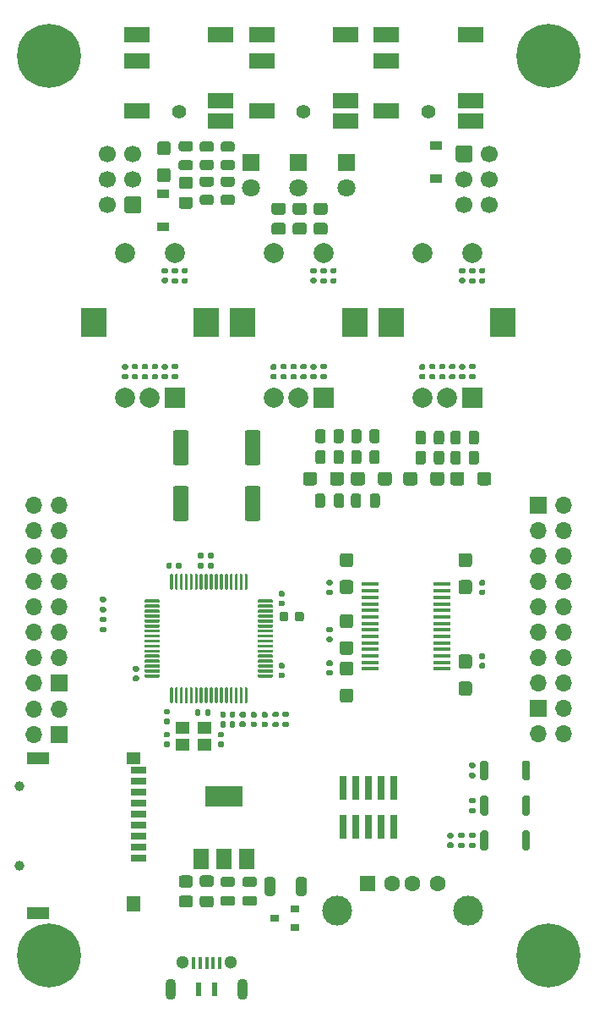
<source format=gbr>
%TF.GenerationSoftware,KiCad,Pcbnew,(5.1.8-0-10_14)*%
%TF.CreationDate,2021-03-24T11:52:58+01:00*%
%TF.ProjectId,KLST_TINY,4b4c5354-5f54-4494-9e59-2e6b69636164,0.1*%
%TF.SameCoordinates,Original*%
%TF.FileFunction,Soldermask,Top*%
%TF.FilePolarity,Negative*%
%FSLAX46Y46*%
G04 Gerber Fmt 4.6, Leading zero omitted, Abs format (unit mm)*
G04 Created by KiCad (PCBNEW (5.1.8-0-10_14)) date 2021-03-24 11:52:58*
%MOMM*%
%LPD*%
G01*
G04 APERTURE LIST*
%ADD10R,2.500000X1.600000*%
%ADD11C,1.400000*%
%ADD12R,0.740000X2.400000*%
%ADD13O,1.700000X1.700000*%
%ADD14R,1.700000X1.700000*%
%ADD15C,1.700000*%
%ADD16R,0.600000X1.350000*%
%ADD17O,1.070000X2.140000*%
%ADD18C,1.300000*%
%ADD19R,0.400000X1.250000*%
%ADD20R,1.400000X1.200000*%
%ADD21R,1.400000X1.600000*%
%ADD22R,2.200000X1.200000*%
%ADD23C,1.000000*%
%ADD24R,1.600000X0.700000*%
%ADD25R,1.200000X0.900000*%
%ADD26C,1.800000*%
%ADD27R,1.800000X1.800000*%
%ADD28C,1.600000*%
%ADD29R,1.600000X1.500000*%
%ADD30C,3.000000*%
%ADD31R,1.750000X0.450000*%
%ADD32R,1.500000X2.000000*%
%ADD33R,3.800000X2.000000*%
%ADD34R,2.000000X2.000000*%
%ADD35C,2.000000*%
%ADD36R,2.500000X3.000000*%
%ADD37R,0.900000X0.800000*%
%ADD38C,0.800000*%
%ADD39C,6.400000*%
G04 APERTURE END LIST*
D10*
%TO.C,J8*%
X146200000Y-62500000D03*
X146200000Y-64500000D03*
X137800000Y-63500000D03*
X137800000Y-58500000D03*
X137800000Y-55900000D03*
X146200000Y-55900000D03*
D11*
X142000000Y-63600000D03*
%TD*%
D10*
%TO.C,J7*%
X133700000Y-62500000D03*
X133700000Y-64500000D03*
X125300000Y-63500000D03*
X125300000Y-58500000D03*
X125300000Y-55900000D03*
X133700000Y-55900000D03*
D11*
X129500000Y-63600000D03*
%TD*%
D10*
%TO.C,J6*%
X121200000Y-62500000D03*
X121200000Y-64500000D03*
X112800000Y-63500000D03*
X112800000Y-58500000D03*
X112800000Y-55900000D03*
X121200000Y-55900000D03*
D11*
X117000000Y-63600000D03*
%TD*%
D12*
%TO.C,J5*%
X138540000Y-131250000D03*
X138540000Y-135150000D03*
X137270000Y-131250000D03*
X137270000Y-135150000D03*
X136000000Y-131250000D03*
X136000000Y-135150000D03*
X134730000Y-131250000D03*
X134730000Y-135150000D03*
X133460000Y-131250000D03*
X133460000Y-135150000D03*
%TD*%
D13*
%TO.C,J13*%
X102460000Y-123340000D03*
X105000000Y-123340000D03*
X102460000Y-125880000D03*
D14*
X105000000Y-125880000D03*
%TD*%
D13*
%TO.C,J11*%
X155540000Y-125860000D03*
X153000000Y-125860000D03*
X155540000Y-123320000D03*
D14*
X153000000Y-123320000D03*
%TD*%
%TO.C,U1*%
G36*
G01*
X115025000Y-120200000D02*
X113625000Y-120200000D01*
G75*
G02*
X113550000Y-120125000I0J75000D01*
G01*
X113550000Y-119975000D01*
G75*
G02*
X113625000Y-119900000I75000J0D01*
G01*
X115025000Y-119900000D01*
G75*
G02*
X115100000Y-119975000I0J-75000D01*
G01*
X115100000Y-120125000D01*
G75*
G02*
X115025000Y-120200000I-75000J0D01*
G01*
G37*
G36*
G01*
X115025000Y-119700000D02*
X113625000Y-119700000D01*
G75*
G02*
X113550000Y-119625000I0J75000D01*
G01*
X113550000Y-119475000D01*
G75*
G02*
X113625000Y-119400000I75000J0D01*
G01*
X115025000Y-119400000D01*
G75*
G02*
X115100000Y-119475000I0J-75000D01*
G01*
X115100000Y-119625000D01*
G75*
G02*
X115025000Y-119700000I-75000J0D01*
G01*
G37*
G36*
G01*
X115025000Y-119200000D02*
X113625000Y-119200000D01*
G75*
G02*
X113550000Y-119125000I0J75000D01*
G01*
X113550000Y-118975000D01*
G75*
G02*
X113625000Y-118900000I75000J0D01*
G01*
X115025000Y-118900000D01*
G75*
G02*
X115100000Y-118975000I0J-75000D01*
G01*
X115100000Y-119125000D01*
G75*
G02*
X115025000Y-119200000I-75000J0D01*
G01*
G37*
G36*
G01*
X115025000Y-118700000D02*
X113625000Y-118700000D01*
G75*
G02*
X113550000Y-118625000I0J75000D01*
G01*
X113550000Y-118475000D01*
G75*
G02*
X113625000Y-118400000I75000J0D01*
G01*
X115025000Y-118400000D01*
G75*
G02*
X115100000Y-118475000I0J-75000D01*
G01*
X115100000Y-118625000D01*
G75*
G02*
X115025000Y-118700000I-75000J0D01*
G01*
G37*
G36*
G01*
X115025000Y-118200000D02*
X113625000Y-118200000D01*
G75*
G02*
X113550000Y-118125000I0J75000D01*
G01*
X113550000Y-117975000D01*
G75*
G02*
X113625000Y-117900000I75000J0D01*
G01*
X115025000Y-117900000D01*
G75*
G02*
X115100000Y-117975000I0J-75000D01*
G01*
X115100000Y-118125000D01*
G75*
G02*
X115025000Y-118200000I-75000J0D01*
G01*
G37*
G36*
G01*
X115025000Y-117700000D02*
X113625000Y-117700000D01*
G75*
G02*
X113550000Y-117625000I0J75000D01*
G01*
X113550000Y-117475000D01*
G75*
G02*
X113625000Y-117400000I75000J0D01*
G01*
X115025000Y-117400000D01*
G75*
G02*
X115100000Y-117475000I0J-75000D01*
G01*
X115100000Y-117625000D01*
G75*
G02*
X115025000Y-117700000I-75000J0D01*
G01*
G37*
G36*
G01*
X115025000Y-117200000D02*
X113625000Y-117200000D01*
G75*
G02*
X113550000Y-117125000I0J75000D01*
G01*
X113550000Y-116975000D01*
G75*
G02*
X113625000Y-116900000I75000J0D01*
G01*
X115025000Y-116900000D01*
G75*
G02*
X115100000Y-116975000I0J-75000D01*
G01*
X115100000Y-117125000D01*
G75*
G02*
X115025000Y-117200000I-75000J0D01*
G01*
G37*
G36*
G01*
X115025000Y-116700000D02*
X113625000Y-116700000D01*
G75*
G02*
X113550000Y-116625000I0J75000D01*
G01*
X113550000Y-116475000D01*
G75*
G02*
X113625000Y-116400000I75000J0D01*
G01*
X115025000Y-116400000D01*
G75*
G02*
X115100000Y-116475000I0J-75000D01*
G01*
X115100000Y-116625000D01*
G75*
G02*
X115025000Y-116700000I-75000J0D01*
G01*
G37*
G36*
G01*
X115025000Y-116200000D02*
X113625000Y-116200000D01*
G75*
G02*
X113550000Y-116125000I0J75000D01*
G01*
X113550000Y-115975000D01*
G75*
G02*
X113625000Y-115900000I75000J0D01*
G01*
X115025000Y-115900000D01*
G75*
G02*
X115100000Y-115975000I0J-75000D01*
G01*
X115100000Y-116125000D01*
G75*
G02*
X115025000Y-116200000I-75000J0D01*
G01*
G37*
G36*
G01*
X115025000Y-115700000D02*
X113625000Y-115700000D01*
G75*
G02*
X113550000Y-115625000I0J75000D01*
G01*
X113550000Y-115475000D01*
G75*
G02*
X113625000Y-115400000I75000J0D01*
G01*
X115025000Y-115400000D01*
G75*
G02*
X115100000Y-115475000I0J-75000D01*
G01*
X115100000Y-115625000D01*
G75*
G02*
X115025000Y-115700000I-75000J0D01*
G01*
G37*
G36*
G01*
X115025000Y-115200000D02*
X113625000Y-115200000D01*
G75*
G02*
X113550000Y-115125000I0J75000D01*
G01*
X113550000Y-114975000D01*
G75*
G02*
X113625000Y-114900000I75000J0D01*
G01*
X115025000Y-114900000D01*
G75*
G02*
X115100000Y-114975000I0J-75000D01*
G01*
X115100000Y-115125000D01*
G75*
G02*
X115025000Y-115200000I-75000J0D01*
G01*
G37*
G36*
G01*
X115025000Y-114700000D02*
X113625000Y-114700000D01*
G75*
G02*
X113550000Y-114625000I0J75000D01*
G01*
X113550000Y-114475000D01*
G75*
G02*
X113625000Y-114400000I75000J0D01*
G01*
X115025000Y-114400000D01*
G75*
G02*
X115100000Y-114475000I0J-75000D01*
G01*
X115100000Y-114625000D01*
G75*
G02*
X115025000Y-114700000I-75000J0D01*
G01*
G37*
G36*
G01*
X115025000Y-114200000D02*
X113625000Y-114200000D01*
G75*
G02*
X113550000Y-114125000I0J75000D01*
G01*
X113550000Y-113975000D01*
G75*
G02*
X113625000Y-113900000I75000J0D01*
G01*
X115025000Y-113900000D01*
G75*
G02*
X115100000Y-113975000I0J-75000D01*
G01*
X115100000Y-114125000D01*
G75*
G02*
X115025000Y-114200000I-75000J0D01*
G01*
G37*
G36*
G01*
X115025000Y-113700000D02*
X113625000Y-113700000D01*
G75*
G02*
X113550000Y-113625000I0J75000D01*
G01*
X113550000Y-113475000D01*
G75*
G02*
X113625000Y-113400000I75000J0D01*
G01*
X115025000Y-113400000D01*
G75*
G02*
X115100000Y-113475000I0J-75000D01*
G01*
X115100000Y-113625000D01*
G75*
G02*
X115025000Y-113700000I-75000J0D01*
G01*
G37*
G36*
G01*
X115025000Y-113200000D02*
X113625000Y-113200000D01*
G75*
G02*
X113550000Y-113125000I0J75000D01*
G01*
X113550000Y-112975000D01*
G75*
G02*
X113625000Y-112900000I75000J0D01*
G01*
X115025000Y-112900000D01*
G75*
G02*
X115100000Y-112975000I0J-75000D01*
G01*
X115100000Y-113125000D01*
G75*
G02*
X115025000Y-113200000I-75000J0D01*
G01*
G37*
G36*
G01*
X115025000Y-112700000D02*
X113625000Y-112700000D01*
G75*
G02*
X113550000Y-112625000I0J75000D01*
G01*
X113550000Y-112475000D01*
G75*
G02*
X113625000Y-112400000I75000J0D01*
G01*
X115025000Y-112400000D01*
G75*
G02*
X115100000Y-112475000I0J-75000D01*
G01*
X115100000Y-112625000D01*
G75*
G02*
X115025000Y-112700000I-75000J0D01*
G01*
G37*
G36*
G01*
X116325000Y-111400000D02*
X116175000Y-111400000D01*
G75*
G02*
X116100000Y-111325000I0J75000D01*
G01*
X116100000Y-109925000D01*
G75*
G02*
X116175000Y-109850000I75000J0D01*
G01*
X116325000Y-109850000D01*
G75*
G02*
X116400000Y-109925000I0J-75000D01*
G01*
X116400000Y-111325000D01*
G75*
G02*
X116325000Y-111400000I-75000J0D01*
G01*
G37*
G36*
G01*
X116825000Y-111400000D02*
X116675000Y-111400000D01*
G75*
G02*
X116600000Y-111325000I0J75000D01*
G01*
X116600000Y-109925000D01*
G75*
G02*
X116675000Y-109850000I75000J0D01*
G01*
X116825000Y-109850000D01*
G75*
G02*
X116900000Y-109925000I0J-75000D01*
G01*
X116900000Y-111325000D01*
G75*
G02*
X116825000Y-111400000I-75000J0D01*
G01*
G37*
G36*
G01*
X117325000Y-111400000D02*
X117175000Y-111400000D01*
G75*
G02*
X117100000Y-111325000I0J75000D01*
G01*
X117100000Y-109925000D01*
G75*
G02*
X117175000Y-109850000I75000J0D01*
G01*
X117325000Y-109850000D01*
G75*
G02*
X117400000Y-109925000I0J-75000D01*
G01*
X117400000Y-111325000D01*
G75*
G02*
X117325000Y-111400000I-75000J0D01*
G01*
G37*
G36*
G01*
X117825000Y-111400000D02*
X117675000Y-111400000D01*
G75*
G02*
X117600000Y-111325000I0J75000D01*
G01*
X117600000Y-109925000D01*
G75*
G02*
X117675000Y-109850000I75000J0D01*
G01*
X117825000Y-109850000D01*
G75*
G02*
X117900000Y-109925000I0J-75000D01*
G01*
X117900000Y-111325000D01*
G75*
G02*
X117825000Y-111400000I-75000J0D01*
G01*
G37*
G36*
G01*
X118325000Y-111400000D02*
X118175000Y-111400000D01*
G75*
G02*
X118100000Y-111325000I0J75000D01*
G01*
X118100000Y-109925000D01*
G75*
G02*
X118175000Y-109850000I75000J0D01*
G01*
X118325000Y-109850000D01*
G75*
G02*
X118400000Y-109925000I0J-75000D01*
G01*
X118400000Y-111325000D01*
G75*
G02*
X118325000Y-111400000I-75000J0D01*
G01*
G37*
G36*
G01*
X118825000Y-111400000D02*
X118675000Y-111400000D01*
G75*
G02*
X118600000Y-111325000I0J75000D01*
G01*
X118600000Y-109925000D01*
G75*
G02*
X118675000Y-109850000I75000J0D01*
G01*
X118825000Y-109850000D01*
G75*
G02*
X118900000Y-109925000I0J-75000D01*
G01*
X118900000Y-111325000D01*
G75*
G02*
X118825000Y-111400000I-75000J0D01*
G01*
G37*
G36*
G01*
X119325000Y-111400000D02*
X119175000Y-111400000D01*
G75*
G02*
X119100000Y-111325000I0J75000D01*
G01*
X119100000Y-109925000D01*
G75*
G02*
X119175000Y-109850000I75000J0D01*
G01*
X119325000Y-109850000D01*
G75*
G02*
X119400000Y-109925000I0J-75000D01*
G01*
X119400000Y-111325000D01*
G75*
G02*
X119325000Y-111400000I-75000J0D01*
G01*
G37*
G36*
G01*
X119825000Y-111400000D02*
X119675000Y-111400000D01*
G75*
G02*
X119600000Y-111325000I0J75000D01*
G01*
X119600000Y-109925000D01*
G75*
G02*
X119675000Y-109850000I75000J0D01*
G01*
X119825000Y-109850000D01*
G75*
G02*
X119900000Y-109925000I0J-75000D01*
G01*
X119900000Y-111325000D01*
G75*
G02*
X119825000Y-111400000I-75000J0D01*
G01*
G37*
G36*
G01*
X120325000Y-111400000D02*
X120175000Y-111400000D01*
G75*
G02*
X120100000Y-111325000I0J75000D01*
G01*
X120100000Y-109925000D01*
G75*
G02*
X120175000Y-109850000I75000J0D01*
G01*
X120325000Y-109850000D01*
G75*
G02*
X120400000Y-109925000I0J-75000D01*
G01*
X120400000Y-111325000D01*
G75*
G02*
X120325000Y-111400000I-75000J0D01*
G01*
G37*
G36*
G01*
X120825000Y-111400000D02*
X120675000Y-111400000D01*
G75*
G02*
X120600000Y-111325000I0J75000D01*
G01*
X120600000Y-109925000D01*
G75*
G02*
X120675000Y-109850000I75000J0D01*
G01*
X120825000Y-109850000D01*
G75*
G02*
X120900000Y-109925000I0J-75000D01*
G01*
X120900000Y-111325000D01*
G75*
G02*
X120825000Y-111400000I-75000J0D01*
G01*
G37*
G36*
G01*
X121325000Y-111400000D02*
X121175000Y-111400000D01*
G75*
G02*
X121100000Y-111325000I0J75000D01*
G01*
X121100000Y-109925000D01*
G75*
G02*
X121175000Y-109850000I75000J0D01*
G01*
X121325000Y-109850000D01*
G75*
G02*
X121400000Y-109925000I0J-75000D01*
G01*
X121400000Y-111325000D01*
G75*
G02*
X121325000Y-111400000I-75000J0D01*
G01*
G37*
G36*
G01*
X121825000Y-111400000D02*
X121675000Y-111400000D01*
G75*
G02*
X121600000Y-111325000I0J75000D01*
G01*
X121600000Y-109925000D01*
G75*
G02*
X121675000Y-109850000I75000J0D01*
G01*
X121825000Y-109850000D01*
G75*
G02*
X121900000Y-109925000I0J-75000D01*
G01*
X121900000Y-111325000D01*
G75*
G02*
X121825000Y-111400000I-75000J0D01*
G01*
G37*
G36*
G01*
X122325000Y-111400000D02*
X122175000Y-111400000D01*
G75*
G02*
X122100000Y-111325000I0J75000D01*
G01*
X122100000Y-109925000D01*
G75*
G02*
X122175000Y-109850000I75000J0D01*
G01*
X122325000Y-109850000D01*
G75*
G02*
X122400000Y-109925000I0J-75000D01*
G01*
X122400000Y-111325000D01*
G75*
G02*
X122325000Y-111400000I-75000J0D01*
G01*
G37*
G36*
G01*
X122825000Y-111400000D02*
X122675000Y-111400000D01*
G75*
G02*
X122600000Y-111325000I0J75000D01*
G01*
X122600000Y-109925000D01*
G75*
G02*
X122675000Y-109850000I75000J0D01*
G01*
X122825000Y-109850000D01*
G75*
G02*
X122900000Y-109925000I0J-75000D01*
G01*
X122900000Y-111325000D01*
G75*
G02*
X122825000Y-111400000I-75000J0D01*
G01*
G37*
G36*
G01*
X123325000Y-111400000D02*
X123175000Y-111400000D01*
G75*
G02*
X123100000Y-111325000I0J75000D01*
G01*
X123100000Y-109925000D01*
G75*
G02*
X123175000Y-109850000I75000J0D01*
G01*
X123325000Y-109850000D01*
G75*
G02*
X123400000Y-109925000I0J-75000D01*
G01*
X123400000Y-111325000D01*
G75*
G02*
X123325000Y-111400000I-75000J0D01*
G01*
G37*
G36*
G01*
X123825000Y-111400000D02*
X123675000Y-111400000D01*
G75*
G02*
X123600000Y-111325000I0J75000D01*
G01*
X123600000Y-109925000D01*
G75*
G02*
X123675000Y-109850000I75000J0D01*
G01*
X123825000Y-109850000D01*
G75*
G02*
X123900000Y-109925000I0J-75000D01*
G01*
X123900000Y-111325000D01*
G75*
G02*
X123825000Y-111400000I-75000J0D01*
G01*
G37*
G36*
G01*
X126375000Y-112700000D02*
X124975000Y-112700000D01*
G75*
G02*
X124900000Y-112625000I0J75000D01*
G01*
X124900000Y-112475000D01*
G75*
G02*
X124975000Y-112400000I75000J0D01*
G01*
X126375000Y-112400000D01*
G75*
G02*
X126450000Y-112475000I0J-75000D01*
G01*
X126450000Y-112625000D01*
G75*
G02*
X126375000Y-112700000I-75000J0D01*
G01*
G37*
G36*
G01*
X126375000Y-113200000D02*
X124975000Y-113200000D01*
G75*
G02*
X124900000Y-113125000I0J75000D01*
G01*
X124900000Y-112975000D01*
G75*
G02*
X124975000Y-112900000I75000J0D01*
G01*
X126375000Y-112900000D01*
G75*
G02*
X126450000Y-112975000I0J-75000D01*
G01*
X126450000Y-113125000D01*
G75*
G02*
X126375000Y-113200000I-75000J0D01*
G01*
G37*
G36*
G01*
X126375000Y-113700000D02*
X124975000Y-113700000D01*
G75*
G02*
X124900000Y-113625000I0J75000D01*
G01*
X124900000Y-113475000D01*
G75*
G02*
X124975000Y-113400000I75000J0D01*
G01*
X126375000Y-113400000D01*
G75*
G02*
X126450000Y-113475000I0J-75000D01*
G01*
X126450000Y-113625000D01*
G75*
G02*
X126375000Y-113700000I-75000J0D01*
G01*
G37*
G36*
G01*
X126375000Y-114200000D02*
X124975000Y-114200000D01*
G75*
G02*
X124900000Y-114125000I0J75000D01*
G01*
X124900000Y-113975000D01*
G75*
G02*
X124975000Y-113900000I75000J0D01*
G01*
X126375000Y-113900000D01*
G75*
G02*
X126450000Y-113975000I0J-75000D01*
G01*
X126450000Y-114125000D01*
G75*
G02*
X126375000Y-114200000I-75000J0D01*
G01*
G37*
G36*
G01*
X126375000Y-114700000D02*
X124975000Y-114700000D01*
G75*
G02*
X124900000Y-114625000I0J75000D01*
G01*
X124900000Y-114475000D01*
G75*
G02*
X124975000Y-114400000I75000J0D01*
G01*
X126375000Y-114400000D01*
G75*
G02*
X126450000Y-114475000I0J-75000D01*
G01*
X126450000Y-114625000D01*
G75*
G02*
X126375000Y-114700000I-75000J0D01*
G01*
G37*
G36*
G01*
X126375000Y-115200000D02*
X124975000Y-115200000D01*
G75*
G02*
X124900000Y-115125000I0J75000D01*
G01*
X124900000Y-114975000D01*
G75*
G02*
X124975000Y-114900000I75000J0D01*
G01*
X126375000Y-114900000D01*
G75*
G02*
X126450000Y-114975000I0J-75000D01*
G01*
X126450000Y-115125000D01*
G75*
G02*
X126375000Y-115200000I-75000J0D01*
G01*
G37*
G36*
G01*
X126375000Y-115700000D02*
X124975000Y-115700000D01*
G75*
G02*
X124900000Y-115625000I0J75000D01*
G01*
X124900000Y-115475000D01*
G75*
G02*
X124975000Y-115400000I75000J0D01*
G01*
X126375000Y-115400000D01*
G75*
G02*
X126450000Y-115475000I0J-75000D01*
G01*
X126450000Y-115625000D01*
G75*
G02*
X126375000Y-115700000I-75000J0D01*
G01*
G37*
G36*
G01*
X126375000Y-116200000D02*
X124975000Y-116200000D01*
G75*
G02*
X124900000Y-116125000I0J75000D01*
G01*
X124900000Y-115975000D01*
G75*
G02*
X124975000Y-115900000I75000J0D01*
G01*
X126375000Y-115900000D01*
G75*
G02*
X126450000Y-115975000I0J-75000D01*
G01*
X126450000Y-116125000D01*
G75*
G02*
X126375000Y-116200000I-75000J0D01*
G01*
G37*
G36*
G01*
X126375000Y-116700000D02*
X124975000Y-116700000D01*
G75*
G02*
X124900000Y-116625000I0J75000D01*
G01*
X124900000Y-116475000D01*
G75*
G02*
X124975000Y-116400000I75000J0D01*
G01*
X126375000Y-116400000D01*
G75*
G02*
X126450000Y-116475000I0J-75000D01*
G01*
X126450000Y-116625000D01*
G75*
G02*
X126375000Y-116700000I-75000J0D01*
G01*
G37*
G36*
G01*
X126375000Y-117200000D02*
X124975000Y-117200000D01*
G75*
G02*
X124900000Y-117125000I0J75000D01*
G01*
X124900000Y-116975000D01*
G75*
G02*
X124975000Y-116900000I75000J0D01*
G01*
X126375000Y-116900000D01*
G75*
G02*
X126450000Y-116975000I0J-75000D01*
G01*
X126450000Y-117125000D01*
G75*
G02*
X126375000Y-117200000I-75000J0D01*
G01*
G37*
G36*
G01*
X126375000Y-117700000D02*
X124975000Y-117700000D01*
G75*
G02*
X124900000Y-117625000I0J75000D01*
G01*
X124900000Y-117475000D01*
G75*
G02*
X124975000Y-117400000I75000J0D01*
G01*
X126375000Y-117400000D01*
G75*
G02*
X126450000Y-117475000I0J-75000D01*
G01*
X126450000Y-117625000D01*
G75*
G02*
X126375000Y-117700000I-75000J0D01*
G01*
G37*
G36*
G01*
X126375000Y-118200000D02*
X124975000Y-118200000D01*
G75*
G02*
X124900000Y-118125000I0J75000D01*
G01*
X124900000Y-117975000D01*
G75*
G02*
X124975000Y-117900000I75000J0D01*
G01*
X126375000Y-117900000D01*
G75*
G02*
X126450000Y-117975000I0J-75000D01*
G01*
X126450000Y-118125000D01*
G75*
G02*
X126375000Y-118200000I-75000J0D01*
G01*
G37*
G36*
G01*
X126375000Y-118700000D02*
X124975000Y-118700000D01*
G75*
G02*
X124900000Y-118625000I0J75000D01*
G01*
X124900000Y-118475000D01*
G75*
G02*
X124975000Y-118400000I75000J0D01*
G01*
X126375000Y-118400000D01*
G75*
G02*
X126450000Y-118475000I0J-75000D01*
G01*
X126450000Y-118625000D01*
G75*
G02*
X126375000Y-118700000I-75000J0D01*
G01*
G37*
G36*
G01*
X126375000Y-119200000D02*
X124975000Y-119200000D01*
G75*
G02*
X124900000Y-119125000I0J75000D01*
G01*
X124900000Y-118975000D01*
G75*
G02*
X124975000Y-118900000I75000J0D01*
G01*
X126375000Y-118900000D01*
G75*
G02*
X126450000Y-118975000I0J-75000D01*
G01*
X126450000Y-119125000D01*
G75*
G02*
X126375000Y-119200000I-75000J0D01*
G01*
G37*
G36*
G01*
X126375000Y-119700000D02*
X124975000Y-119700000D01*
G75*
G02*
X124900000Y-119625000I0J75000D01*
G01*
X124900000Y-119475000D01*
G75*
G02*
X124975000Y-119400000I75000J0D01*
G01*
X126375000Y-119400000D01*
G75*
G02*
X126450000Y-119475000I0J-75000D01*
G01*
X126450000Y-119625000D01*
G75*
G02*
X126375000Y-119700000I-75000J0D01*
G01*
G37*
G36*
G01*
X126375000Y-120200000D02*
X124975000Y-120200000D01*
G75*
G02*
X124900000Y-120125000I0J75000D01*
G01*
X124900000Y-119975000D01*
G75*
G02*
X124975000Y-119900000I75000J0D01*
G01*
X126375000Y-119900000D01*
G75*
G02*
X126450000Y-119975000I0J-75000D01*
G01*
X126450000Y-120125000D01*
G75*
G02*
X126375000Y-120200000I-75000J0D01*
G01*
G37*
G36*
G01*
X123825000Y-122750000D02*
X123675000Y-122750000D01*
G75*
G02*
X123600000Y-122675000I0J75000D01*
G01*
X123600000Y-121275000D01*
G75*
G02*
X123675000Y-121200000I75000J0D01*
G01*
X123825000Y-121200000D01*
G75*
G02*
X123900000Y-121275000I0J-75000D01*
G01*
X123900000Y-122675000D01*
G75*
G02*
X123825000Y-122750000I-75000J0D01*
G01*
G37*
G36*
G01*
X123325000Y-122750000D02*
X123175000Y-122750000D01*
G75*
G02*
X123100000Y-122675000I0J75000D01*
G01*
X123100000Y-121275000D01*
G75*
G02*
X123175000Y-121200000I75000J0D01*
G01*
X123325000Y-121200000D01*
G75*
G02*
X123400000Y-121275000I0J-75000D01*
G01*
X123400000Y-122675000D01*
G75*
G02*
X123325000Y-122750000I-75000J0D01*
G01*
G37*
G36*
G01*
X122825000Y-122750000D02*
X122675000Y-122750000D01*
G75*
G02*
X122600000Y-122675000I0J75000D01*
G01*
X122600000Y-121275000D01*
G75*
G02*
X122675000Y-121200000I75000J0D01*
G01*
X122825000Y-121200000D01*
G75*
G02*
X122900000Y-121275000I0J-75000D01*
G01*
X122900000Y-122675000D01*
G75*
G02*
X122825000Y-122750000I-75000J0D01*
G01*
G37*
G36*
G01*
X122325000Y-122750000D02*
X122175000Y-122750000D01*
G75*
G02*
X122100000Y-122675000I0J75000D01*
G01*
X122100000Y-121275000D01*
G75*
G02*
X122175000Y-121200000I75000J0D01*
G01*
X122325000Y-121200000D01*
G75*
G02*
X122400000Y-121275000I0J-75000D01*
G01*
X122400000Y-122675000D01*
G75*
G02*
X122325000Y-122750000I-75000J0D01*
G01*
G37*
G36*
G01*
X121825000Y-122750000D02*
X121675000Y-122750000D01*
G75*
G02*
X121600000Y-122675000I0J75000D01*
G01*
X121600000Y-121275000D01*
G75*
G02*
X121675000Y-121200000I75000J0D01*
G01*
X121825000Y-121200000D01*
G75*
G02*
X121900000Y-121275000I0J-75000D01*
G01*
X121900000Y-122675000D01*
G75*
G02*
X121825000Y-122750000I-75000J0D01*
G01*
G37*
G36*
G01*
X121325000Y-122750000D02*
X121175000Y-122750000D01*
G75*
G02*
X121100000Y-122675000I0J75000D01*
G01*
X121100000Y-121275000D01*
G75*
G02*
X121175000Y-121200000I75000J0D01*
G01*
X121325000Y-121200000D01*
G75*
G02*
X121400000Y-121275000I0J-75000D01*
G01*
X121400000Y-122675000D01*
G75*
G02*
X121325000Y-122750000I-75000J0D01*
G01*
G37*
G36*
G01*
X120825000Y-122750000D02*
X120675000Y-122750000D01*
G75*
G02*
X120600000Y-122675000I0J75000D01*
G01*
X120600000Y-121275000D01*
G75*
G02*
X120675000Y-121200000I75000J0D01*
G01*
X120825000Y-121200000D01*
G75*
G02*
X120900000Y-121275000I0J-75000D01*
G01*
X120900000Y-122675000D01*
G75*
G02*
X120825000Y-122750000I-75000J0D01*
G01*
G37*
G36*
G01*
X120325000Y-122750000D02*
X120175000Y-122750000D01*
G75*
G02*
X120100000Y-122675000I0J75000D01*
G01*
X120100000Y-121275000D01*
G75*
G02*
X120175000Y-121200000I75000J0D01*
G01*
X120325000Y-121200000D01*
G75*
G02*
X120400000Y-121275000I0J-75000D01*
G01*
X120400000Y-122675000D01*
G75*
G02*
X120325000Y-122750000I-75000J0D01*
G01*
G37*
G36*
G01*
X119825000Y-122750000D02*
X119675000Y-122750000D01*
G75*
G02*
X119600000Y-122675000I0J75000D01*
G01*
X119600000Y-121275000D01*
G75*
G02*
X119675000Y-121200000I75000J0D01*
G01*
X119825000Y-121200000D01*
G75*
G02*
X119900000Y-121275000I0J-75000D01*
G01*
X119900000Y-122675000D01*
G75*
G02*
X119825000Y-122750000I-75000J0D01*
G01*
G37*
G36*
G01*
X119325000Y-122750000D02*
X119175000Y-122750000D01*
G75*
G02*
X119100000Y-122675000I0J75000D01*
G01*
X119100000Y-121275000D01*
G75*
G02*
X119175000Y-121200000I75000J0D01*
G01*
X119325000Y-121200000D01*
G75*
G02*
X119400000Y-121275000I0J-75000D01*
G01*
X119400000Y-122675000D01*
G75*
G02*
X119325000Y-122750000I-75000J0D01*
G01*
G37*
G36*
G01*
X118825000Y-122750000D02*
X118675000Y-122750000D01*
G75*
G02*
X118600000Y-122675000I0J75000D01*
G01*
X118600000Y-121275000D01*
G75*
G02*
X118675000Y-121200000I75000J0D01*
G01*
X118825000Y-121200000D01*
G75*
G02*
X118900000Y-121275000I0J-75000D01*
G01*
X118900000Y-122675000D01*
G75*
G02*
X118825000Y-122750000I-75000J0D01*
G01*
G37*
G36*
G01*
X118325000Y-122750000D02*
X118175000Y-122750000D01*
G75*
G02*
X118100000Y-122675000I0J75000D01*
G01*
X118100000Y-121275000D01*
G75*
G02*
X118175000Y-121200000I75000J0D01*
G01*
X118325000Y-121200000D01*
G75*
G02*
X118400000Y-121275000I0J-75000D01*
G01*
X118400000Y-122675000D01*
G75*
G02*
X118325000Y-122750000I-75000J0D01*
G01*
G37*
G36*
G01*
X117825000Y-122750000D02*
X117675000Y-122750000D01*
G75*
G02*
X117600000Y-122675000I0J75000D01*
G01*
X117600000Y-121275000D01*
G75*
G02*
X117675000Y-121200000I75000J0D01*
G01*
X117825000Y-121200000D01*
G75*
G02*
X117900000Y-121275000I0J-75000D01*
G01*
X117900000Y-122675000D01*
G75*
G02*
X117825000Y-122750000I-75000J0D01*
G01*
G37*
G36*
G01*
X117325000Y-122750000D02*
X117175000Y-122750000D01*
G75*
G02*
X117100000Y-122675000I0J75000D01*
G01*
X117100000Y-121275000D01*
G75*
G02*
X117175000Y-121200000I75000J0D01*
G01*
X117325000Y-121200000D01*
G75*
G02*
X117400000Y-121275000I0J-75000D01*
G01*
X117400000Y-122675000D01*
G75*
G02*
X117325000Y-122750000I-75000J0D01*
G01*
G37*
G36*
G01*
X116825000Y-122750000D02*
X116675000Y-122750000D01*
G75*
G02*
X116600000Y-122675000I0J75000D01*
G01*
X116600000Y-121275000D01*
G75*
G02*
X116675000Y-121200000I75000J0D01*
G01*
X116825000Y-121200000D01*
G75*
G02*
X116900000Y-121275000I0J-75000D01*
G01*
X116900000Y-122675000D01*
G75*
G02*
X116825000Y-122750000I-75000J0D01*
G01*
G37*
G36*
G01*
X116325000Y-122750000D02*
X116175000Y-122750000D01*
G75*
G02*
X116100000Y-122675000I0J75000D01*
G01*
X116100000Y-121275000D01*
G75*
G02*
X116175000Y-121200000I75000J0D01*
G01*
X116325000Y-121200000D01*
G75*
G02*
X116400000Y-121275000I0J-75000D01*
G01*
X116400000Y-122675000D01*
G75*
G02*
X116325000Y-122750000I-75000J0D01*
G01*
G37*
%TD*%
%TO.C,C8*%
G36*
G01*
X121700000Y-123730000D02*
X121700000Y-124070000D01*
G75*
G02*
X121560000Y-124210000I-140000J0D01*
G01*
X121280000Y-124210000D01*
G75*
G02*
X121140000Y-124070000I0J140000D01*
G01*
X121140000Y-123730000D01*
G75*
G02*
X121280000Y-123590000I140000J0D01*
G01*
X121560000Y-123590000D01*
G75*
G02*
X121700000Y-123730000I0J-140000D01*
G01*
G37*
G36*
G01*
X122660000Y-123730000D02*
X122660000Y-124070000D01*
G75*
G02*
X122520000Y-124210000I-140000J0D01*
G01*
X122240000Y-124210000D01*
G75*
G02*
X122100000Y-124070000I0J140000D01*
G01*
X122100000Y-123730000D01*
G75*
G02*
X122240000Y-123590000I140000J0D01*
G01*
X122520000Y-123590000D01*
G75*
G02*
X122660000Y-123730000I0J-140000D01*
G01*
G37*
%TD*%
%TO.C,C7*%
G36*
G01*
X121700000Y-124730000D02*
X121700000Y-125070000D01*
G75*
G02*
X121560000Y-125210000I-140000J0D01*
G01*
X121280000Y-125210000D01*
G75*
G02*
X121140000Y-125070000I0J140000D01*
G01*
X121140000Y-124730000D01*
G75*
G02*
X121280000Y-124590000I140000J0D01*
G01*
X121560000Y-124590000D01*
G75*
G02*
X121700000Y-124730000I0J-140000D01*
G01*
G37*
G36*
G01*
X122660000Y-124730000D02*
X122660000Y-125070000D01*
G75*
G02*
X122520000Y-125210000I-140000J0D01*
G01*
X122240000Y-125210000D01*
G75*
G02*
X122100000Y-125070000I0J140000D01*
G01*
X122100000Y-124730000D01*
G75*
G02*
X122240000Y-124590000I140000J0D01*
G01*
X122520000Y-124590000D01*
G75*
G02*
X122660000Y-124730000I0J-140000D01*
G01*
G37*
%TD*%
D15*
%TO.C,J12*%
X109860000Y-67820000D03*
X109860000Y-70360000D03*
X109860000Y-72900000D03*
X112400000Y-67820000D03*
X112400000Y-70360000D03*
G36*
G01*
X113250000Y-72300000D02*
X113250000Y-73500000D01*
G75*
G02*
X113000000Y-73750000I-250000J0D01*
G01*
X111800000Y-73750000D01*
G75*
G02*
X111550000Y-73500000I0J250000D01*
G01*
X111550000Y-72300000D01*
G75*
G02*
X111800000Y-72050000I250000J0D01*
G01*
X113000000Y-72050000D01*
G75*
G02*
X113250000Y-72300000I0J-250000D01*
G01*
G37*
%TD*%
D13*
%TO.C,J9*%
X102460000Y-103000000D03*
X105000000Y-103000000D03*
X102460000Y-105540000D03*
X105000000Y-105540000D03*
X102460000Y-108080000D03*
X105000000Y-108080000D03*
X102460000Y-110620000D03*
X105000000Y-110620000D03*
X102460000Y-113160000D03*
X105000000Y-113160000D03*
X102460000Y-115700000D03*
X105000000Y-115700000D03*
X102460000Y-118240000D03*
X105000000Y-118240000D03*
X102460000Y-120780000D03*
D14*
X105000000Y-120780000D03*
%TD*%
D13*
%TO.C,J4*%
X155540000Y-120780000D03*
X153000000Y-120780000D03*
X155540000Y-118240000D03*
X153000000Y-118240000D03*
X155540000Y-115700000D03*
X153000000Y-115700000D03*
X155540000Y-113160000D03*
X153000000Y-113160000D03*
X155540000Y-110620000D03*
X153000000Y-110620000D03*
X155540000Y-108080000D03*
X153000000Y-108080000D03*
X155540000Y-105540000D03*
X153000000Y-105540000D03*
X155540000Y-103000000D03*
D14*
X153000000Y-103000000D03*
%TD*%
D16*
%TO.C,J3*%
X120600000Y-151375000D03*
X119000000Y-151375000D03*
D17*
X123400000Y-151350000D03*
X116200000Y-151350000D03*
D18*
X122225000Y-148700000D03*
X117375000Y-148700000D03*
D19*
X121100000Y-148725000D03*
X120450000Y-148725000D03*
X119800000Y-148725000D03*
X119150000Y-148725000D03*
X118500000Y-148725000D03*
%TD*%
D20*
%TO.C,J1*%
X112500000Y-128250000D03*
D21*
X112500000Y-142850000D03*
D22*
X102900000Y-128250000D03*
X102900000Y-143750000D03*
D23*
X101000000Y-131050000D03*
X101000000Y-139050000D03*
D24*
X113000000Y-138250000D03*
X113000000Y-137150000D03*
X113000000Y-136050000D03*
X113000000Y-134950000D03*
X113000000Y-133850000D03*
X113000000Y-132750000D03*
X113000000Y-131650000D03*
X113000000Y-130550000D03*
X113000000Y-129450000D03*
%TD*%
%TO.C,SW6*%
G36*
G01*
X147200000Y-137300000D02*
X147200000Y-135700000D01*
G75*
G02*
X147400000Y-135500000I200000J0D01*
G01*
X147800000Y-135500000D01*
G75*
G02*
X148000000Y-135700000I0J-200000D01*
G01*
X148000000Y-137300000D01*
G75*
G02*
X147800000Y-137500000I-200000J0D01*
G01*
X147400000Y-137500000D01*
G75*
G02*
X147200000Y-137300000I0J200000D01*
G01*
G37*
G36*
G01*
X151400000Y-137300000D02*
X151400000Y-135700000D01*
G75*
G02*
X151600000Y-135500000I200000J0D01*
G01*
X152000000Y-135500000D01*
G75*
G02*
X152200000Y-135700000I0J-200000D01*
G01*
X152200000Y-137300000D01*
G75*
G02*
X152000000Y-137500000I-200000J0D01*
G01*
X151600000Y-137500000D01*
G75*
G02*
X151400000Y-137300000I0J200000D01*
G01*
G37*
%TD*%
%TO.C,R46*%
G36*
G01*
X145115000Y-136740000D02*
X145485000Y-136740000D01*
G75*
G02*
X145620000Y-136875000I0J-135000D01*
G01*
X145620000Y-137145000D01*
G75*
G02*
X145485000Y-137280000I-135000J0D01*
G01*
X145115000Y-137280000D01*
G75*
G02*
X144980000Y-137145000I0J135000D01*
G01*
X144980000Y-136875000D01*
G75*
G02*
X145115000Y-136740000I135000J0D01*
G01*
G37*
G36*
G01*
X145115000Y-135720000D02*
X145485000Y-135720000D01*
G75*
G02*
X145620000Y-135855000I0J-135000D01*
G01*
X145620000Y-136125000D01*
G75*
G02*
X145485000Y-136260000I-135000J0D01*
G01*
X145115000Y-136260000D01*
G75*
G02*
X144980000Y-136125000I0J135000D01*
G01*
X144980000Y-135855000D01*
G75*
G02*
X145115000Y-135720000I135000J0D01*
G01*
G37*
%TD*%
%TO.C,R45*%
G36*
G01*
X146585000Y-136260000D02*
X146215000Y-136260000D01*
G75*
G02*
X146080000Y-136125000I0J135000D01*
G01*
X146080000Y-135855000D01*
G75*
G02*
X146215000Y-135720000I135000J0D01*
G01*
X146585000Y-135720000D01*
G75*
G02*
X146720000Y-135855000I0J-135000D01*
G01*
X146720000Y-136125000D01*
G75*
G02*
X146585000Y-136260000I-135000J0D01*
G01*
G37*
G36*
G01*
X146585000Y-137280000D02*
X146215000Y-137280000D01*
G75*
G02*
X146080000Y-137145000I0J135000D01*
G01*
X146080000Y-136875000D01*
G75*
G02*
X146215000Y-136740000I135000J0D01*
G01*
X146585000Y-136740000D01*
G75*
G02*
X146720000Y-136875000I0J-135000D01*
G01*
X146720000Y-137145000D01*
G75*
G02*
X146585000Y-137280000I-135000J0D01*
G01*
G37*
%TD*%
%TO.C,C3*%
G36*
G01*
X144030000Y-136700000D02*
X144370000Y-136700000D01*
G75*
G02*
X144510000Y-136840000I0J-140000D01*
G01*
X144510000Y-137120000D01*
G75*
G02*
X144370000Y-137260000I-140000J0D01*
G01*
X144030000Y-137260000D01*
G75*
G02*
X143890000Y-137120000I0J140000D01*
G01*
X143890000Y-136840000D01*
G75*
G02*
X144030000Y-136700000I140000J0D01*
G01*
G37*
G36*
G01*
X144030000Y-135740000D02*
X144370000Y-135740000D01*
G75*
G02*
X144510000Y-135880000I0J-140000D01*
G01*
X144510000Y-136160000D01*
G75*
G02*
X144370000Y-136300000I-140000J0D01*
G01*
X144030000Y-136300000D01*
G75*
G02*
X143890000Y-136160000I0J140000D01*
G01*
X143890000Y-135880000D01*
G75*
G02*
X144030000Y-135740000I140000J0D01*
G01*
G37*
%TD*%
%TO.C,SW2*%
G36*
G01*
X152200000Y-132200000D02*
X152200000Y-133800000D01*
G75*
G02*
X152000000Y-134000000I-200000J0D01*
G01*
X151600000Y-134000000D01*
G75*
G02*
X151400000Y-133800000I0J200000D01*
G01*
X151400000Y-132200000D01*
G75*
G02*
X151600000Y-132000000I200000J0D01*
G01*
X152000000Y-132000000D01*
G75*
G02*
X152200000Y-132200000I0J-200000D01*
G01*
G37*
G36*
G01*
X148000000Y-132200000D02*
X148000000Y-133800000D01*
G75*
G02*
X147800000Y-134000000I-200000J0D01*
G01*
X147400000Y-134000000D01*
G75*
G02*
X147200000Y-133800000I0J200000D01*
G01*
X147200000Y-132200000D01*
G75*
G02*
X147400000Y-132000000I200000J0D01*
G01*
X147800000Y-132000000D01*
G75*
G02*
X148000000Y-132200000I0J-200000D01*
G01*
G37*
%TD*%
%TO.C,SW1*%
G36*
G01*
X147200000Y-130300000D02*
X147200000Y-128700000D01*
G75*
G02*
X147400000Y-128500000I200000J0D01*
G01*
X147800000Y-128500000D01*
G75*
G02*
X148000000Y-128700000I0J-200000D01*
G01*
X148000000Y-130300000D01*
G75*
G02*
X147800000Y-130500000I-200000J0D01*
G01*
X147400000Y-130500000D01*
G75*
G02*
X147200000Y-130300000I0J200000D01*
G01*
G37*
G36*
G01*
X151400000Y-130300000D02*
X151400000Y-128700000D01*
G75*
G02*
X151600000Y-128500000I200000J0D01*
G01*
X152000000Y-128500000D01*
G75*
G02*
X152200000Y-128700000I0J-200000D01*
G01*
X152200000Y-130300000D01*
G75*
G02*
X152000000Y-130500000I-200000J0D01*
G01*
X151600000Y-130500000D01*
G75*
G02*
X151400000Y-130300000I0J200000D01*
G01*
G37*
%TD*%
D20*
%TO.C,Y1*%
X117400000Y-125250000D03*
X119600000Y-125250000D03*
X119600000Y-126950000D03*
X117400000Y-126950000D03*
%TD*%
%TO.C,R24*%
G36*
G01*
X141750000Y-97749999D02*
X141750000Y-98650001D01*
G75*
G02*
X141500001Y-98900000I-249999J0D01*
G01*
X140974999Y-98900000D01*
G75*
G02*
X140725000Y-98650001I0J249999D01*
G01*
X140725000Y-97749999D01*
G75*
G02*
X140974999Y-97500000I249999J0D01*
G01*
X141500001Y-97500000D01*
G75*
G02*
X141750000Y-97749999I0J-249999D01*
G01*
G37*
G36*
G01*
X143575000Y-97749999D02*
X143575000Y-98650001D01*
G75*
G02*
X143325001Y-98900000I-249999J0D01*
G01*
X142799999Y-98900000D01*
G75*
G02*
X142550000Y-98650001I0J249999D01*
G01*
X142550000Y-97749999D01*
G75*
G02*
X142799999Y-97500000I249999J0D01*
G01*
X143325001Y-97500000D01*
G75*
G02*
X143575000Y-97749999I0J-249999D01*
G01*
G37*
%TD*%
%TO.C,R23*%
G36*
G01*
X141750000Y-95749999D02*
X141750000Y-96650001D01*
G75*
G02*
X141500001Y-96900000I-249999J0D01*
G01*
X140974999Y-96900000D01*
G75*
G02*
X140725000Y-96650001I0J249999D01*
G01*
X140725000Y-95749999D01*
G75*
G02*
X140974999Y-95500000I249999J0D01*
G01*
X141500001Y-95500000D01*
G75*
G02*
X141750000Y-95749999I0J-249999D01*
G01*
G37*
G36*
G01*
X143575000Y-95749999D02*
X143575000Y-96650001D01*
G75*
G02*
X143325001Y-96900000I-249999J0D01*
G01*
X142799999Y-96900000D01*
G75*
G02*
X142550000Y-96650001I0J249999D01*
G01*
X142550000Y-95749999D01*
G75*
G02*
X142799999Y-95500000I249999J0D01*
G01*
X143325001Y-95500000D01*
G75*
G02*
X143575000Y-95749999I0J-249999D01*
G01*
G37*
%TD*%
%TO.C,R22*%
G36*
G01*
X146050000Y-98650001D02*
X146050000Y-97749999D01*
G75*
G02*
X146299999Y-97500000I249999J0D01*
G01*
X146825001Y-97500000D01*
G75*
G02*
X147075000Y-97749999I0J-249999D01*
G01*
X147075000Y-98650001D01*
G75*
G02*
X146825001Y-98900000I-249999J0D01*
G01*
X146299999Y-98900000D01*
G75*
G02*
X146050000Y-98650001I0J249999D01*
G01*
G37*
G36*
G01*
X144225000Y-98650001D02*
X144225000Y-97749999D01*
G75*
G02*
X144474999Y-97500000I249999J0D01*
G01*
X145000001Y-97500000D01*
G75*
G02*
X145250000Y-97749999I0J-249999D01*
G01*
X145250000Y-98650001D01*
G75*
G02*
X145000001Y-98900000I-249999J0D01*
G01*
X144474999Y-98900000D01*
G75*
G02*
X144225000Y-98650001I0J249999D01*
G01*
G37*
%TD*%
%TO.C,R21*%
G36*
G01*
X146050000Y-96650001D02*
X146050000Y-95749999D01*
G75*
G02*
X146299999Y-95500000I249999J0D01*
G01*
X146825001Y-95500000D01*
G75*
G02*
X147075000Y-95749999I0J-249999D01*
G01*
X147075000Y-96650001D01*
G75*
G02*
X146825001Y-96900000I-249999J0D01*
G01*
X146299999Y-96900000D01*
G75*
G02*
X146050000Y-96650001I0J249999D01*
G01*
G37*
G36*
G01*
X144225000Y-96650001D02*
X144225000Y-95749999D01*
G75*
G02*
X144474999Y-95500000I249999J0D01*
G01*
X145000001Y-95500000D01*
G75*
G02*
X145250000Y-95749999I0J-249999D01*
G01*
X145250000Y-96650001D01*
G75*
G02*
X145000001Y-96900000I-249999J0D01*
G01*
X144474999Y-96900000D01*
G75*
G02*
X144225000Y-96650001I0J249999D01*
G01*
G37*
%TD*%
%TO.C,R20*%
G36*
G01*
X131700000Y-97699999D02*
X131700000Y-98600001D01*
G75*
G02*
X131450001Y-98850000I-249999J0D01*
G01*
X130924999Y-98850000D01*
G75*
G02*
X130675000Y-98600001I0J249999D01*
G01*
X130675000Y-97699999D01*
G75*
G02*
X130924999Y-97450000I249999J0D01*
G01*
X131450001Y-97450000D01*
G75*
G02*
X131700000Y-97699999I0J-249999D01*
G01*
G37*
G36*
G01*
X133525000Y-97699999D02*
X133525000Y-98600001D01*
G75*
G02*
X133275001Y-98850000I-249999J0D01*
G01*
X132749999Y-98850000D01*
G75*
G02*
X132500000Y-98600001I0J249999D01*
G01*
X132500000Y-97699999D01*
G75*
G02*
X132749999Y-97450000I249999J0D01*
G01*
X133275001Y-97450000D01*
G75*
G02*
X133525000Y-97699999I0J-249999D01*
G01*
G37*
%TD*%
%TO.C,R19*%
G36*
G01*
X131700000Y-95599999D02*
X131700000Y-96500001D01*
G75*
G02*
X131450001Y-96750000I-249999J0D01*
G01*
X130924999Y-96750000D01*
G75*
G02*
X130675000Y-96500001I0J249999D01*
G01*
X130675000Y-95599999D01*
G75*
G02*
X130924999Y-95350000I249999J0D01*
G01*
X131450001Y-95350000D01*
G75*
G02*
X131700000Y-95599999I0J-249999D01*
G01*
G37*
G36*
G01*
X133525000Y-95599999D02*
X133525000Y-96500001D01*
G75*
G02*
X133275001Y-96750000I-249999J0D01*
G01*
X132749999Y-96750000D01*
G75*
G02*
X132500000Y-96500001I0J249999D01*
G01*
X132500000Y-95599999D01*
G75*
G02*
X132749999Y-95350000I249999J0D01*
G01*
X133275001Y-95350000D01*
G75*
G02*
X133525000Y-95599999I0J-249999D01*
G01*
G37*
%TD*%
%TO.C,R18*%
G36*
G01*
X136100000Y-98600001D02*
X136100000Y-97699999D01*
G75*
G02*
X136349999Y-97450000I249999J0D01*
G01*
X136875001Y-97450000D01*
G75*
G02*
X137125000Y-97699999I0J-249999D01*
G01*
X137125000Y-98600001D01*
G75*
G02*
X136875001Y-98850000I-249999J0D01*
G01*
X136349999Y-98850000D01*
G75*
G02*
X136100000Y-98600001I0J249999D01*
G01*
G37*
G36*
G01*
X134275000Y-98600001D02*
X134275000Y-97699999D01*
G75*
G02*
X134524999Y-97450000I249999J0D01*
G01*
X135050001Y-97450000D01*
G75*
G02*
X135300000Y-97699999I0J-249999D01*
G01*
X135300000Y-98600001D01*
G75*
G02*
X135050001Y-98850000I-249999J0D01*
G01*
X134524999Y-98850000D01*
G75*
G02*
X134275000Y-98600001I0J249999D01*
G01*
G37*
%TD*%
%TO.C,R17*%
G36*
G01*
X136100000Y-96500001D02*
X136100000Y-95599999D01*
G75*
G02*
X136349999Y-95350000I249999J0D01*
G01*
X136875001Y-95350000D01*
G75*
G02*
X137125000Y-95599999I0J-249999D01*
G01*
X137125000Y-96500001D01*
G75*
G02*
X136875001Y-96750000I-249999J0D01*
G01*
X136349999Y-96750000D01*
G75*
G02*
X136100000Y-96500001I0J249999D01*
G01*
G37*
G36*
G01*
X134275000Y-96500001D02*
X134275000Y-95599999D01*
G75*
G02*
X134524999Y-95350000I249999J0D01*
G01*
X135050001Y-95350000D01*
G75*
G02*
X135300000Y-95599999I0J-249999D01*
G01*
X135300000Y-96500001D01*
G75*
G02*
X135050001Y-96750000I-249999J0D01*
G01*
X134524999Y-96750000D01*
G75*
G02*
X134275000Y-96500001I0J249999D01*
G01*
G37*
%TD*%
%TO.C,R16*%
G36*
G01*
X119349999Y-68400000D02*
X120250001Y-68400000D01*
G75*
G02*
X120500000Y-68649999I0J-249999D01*
G01*
X120500000Y-69175001D01*
G75*
G02*
X120250001Y-69425000I-249999J0D01*
G01*
X119349999Y-69425000D01*
G75*
G02*
X119100000Y-69175001I0J249999D01*
G01*
X119100000Y-68649999D01*
G75*
G02*
X119349999Y-68400000I249999J0D01*
G01*
G37*
G36*
G01*
X119349999Y-66575000D02*
X120250001Y-66575000D01*
G75*
G02*
X120500000Y-66824999I0J-249999D01*
G01*
X120500000Y-67350001D01*
G75*
G02*
X120250001Y-67600000I-249999J0D01*
G01*
X119349999Y-67600000D01*
G75*
G02*
X119100000Y-67350001I0J249999D01*
G01*
X119100000Y-66824999D01*
G75*
G02*
X119349999Y-66575000I249999J0D01*
G01*
G37*
%TD*%
%TO.C,R11*%
G36*
G01*
X120250001Y-71100000D02*
X119349999Y-71100000D01*
G75*
G02*
X119100000Y-70850001I0J249999D01*
G01*
X119100000Y-70324999D01*
G75*
G02*
X119349999Y-70075000I249999J0D01*
G01*
X120250001Y-70075000D01*
G75*
G02*
X120500000Y-70324999I0J-249999D01*
G01*
X120500000Y-70850001D01*
G75*
G02*
X120250001Y-71100000I-249999J0D01*
G01*
G37*
G36*
G01*
X120250001Y-72925000D02*
X119349999Y-72925000D01*
G75*
G02*
X119100000Y-72675001I0J249999D01*
G01*
X119100000Y-72149999D01*
G75*
G02*
X119349999Y-71900000I249999J0D01*
G01*
X120250001Y-71900000D01*
G75*
G02*
X120500000Y-72149999I0J-249999D01*
G01*
X120500000Y-72675001D01*
G75*
G02*
X120250001Y-72925000I-249999J0D01*
G01*
G37*
%TD*%
%TO.C,R10*%
G36*
G01*
X122350001Y-71100000D02*
X121449999Y-71100000D01*
G75*
G02*
X121200000Y-70850001I0J249999D01*
G01*
X121200000Y-70324999D01*
G75*
G02*
X121449999Y-70075000I249999J0D01*
G01*
X122350001Y-70075000D01*
G75*
G02*
X122600000Y-70324999I0J-249999D01*
G01*
X122600000Y-70850001D01*
G75*
G02*
X122350001Y-71100000I-249999J0D01*
G01*
G37*
G36*
G01*
X122350001Y-72925000D02*
X121449999Y-72925000D01*
G75*
G02*
X121200000Y-72675001I0J249999D01*
G01*
X121200000Y-72149999D01*
G75*
G02*
X121449999Y-71900000I249999J0D01*
G01*
X122350001Y-71900000D01*
G75*
G02*
X122600000Y-72149999I0J-249999D01*
G01*
X122600000Y-72675001D01*
G75*
G02*
X122350001Y-72925000I-249999J0D01*
G01*
G37*
%TD*%
%TO.C,R12*%
G36*
G01*
X121449999Y-68400000D02*
X122350001Y-68400000D01*
G75*
G02*
X122600000Y-68649999I0J-249999D01*
G01*
X122600000Y-69175001D01*
G75*
G02*
X122350001Y-69425000I-249999J0D01*
G01*
X121449999Y-69425000D01*
G75*
G02*
X121200000Y-69175001I0J249999D01*
G01*
X121200000Y-68649999D01*
G75*
G02*
X121449999Y-68400000I249999J0D01*
G01*
G37*
G36*
G01*
X121449999Y-66575000D02*
X122350001Y-66575000D01*
G75*
G02*
X122600000Y-66824999I0J-249999D01*
G01*
X122600000Y-67350001D01*
G75*
G02*
X122350001Y-67600000I-249999J0D01*
G01*
X121449999Y-67600000D01*
G75*
G02*
X121200000Y-67350001I0J249999D01*
G01*
X121200000Y-66824999D01*
G75*
G02*
X121449999Y-66575000I249999J0D01*
G01*
G37*
%TD*%
D25*
%TO.C,D5*%
X142800000Y-70300000D03*
X142800000Y-67000000D03*
%TD*%
%TO.C,D6*%
X115400000Y-71800000D03*
X115400000Y-75100000D03*
%TD*%
%TO.C,R44*%
G36*
G01*
X109585000Y-114660000D02*
X109215000Y-114660000D01*
G75*
G02*
X109080000Y-114525000I0J135000D01*
G01*
X109080000Y-114255000D01*
G75*
G02*
X109215000Y-114120000I135000J0D01*
G01*
X109585000Y-114120000D01*
G75*
G02*
X109720000Y-114255000I0J-135000D01*
G01*
X109720000Y-114525000D01*
G75*
G02*
X109585000Y-114660000I-135000J0D01*
G01*
G37*
G36*
G01*
X109585000Y-115680000D02*
X109215000Y-115680000D01*
G75*
G02*
X109080000Y-115545000I0J135000D01*
G01*
X109080000Y-115275000D01*
G75*
G02*
X109215000Y-115140000I135000J0D01*
G01*
X109585000Y-115140000D01*
G75*
G02*
X109720000Y-115275000I0J-135000D01*
G01*
X109720000Y-115545000D01*
G75*
G02*
X109585000Y-115680000I-135000J0D01*
G01*
G37*
%TD*%
%TO.C,R43*%
G36*
G01*
X109215000Y-113140000D02*
X109585000Y-113140000D01*
G75*
G02*
X109720000Y-113275000I0J-135000D01*
G01*
X109720000Y-113545000D01*
G75*
G02*
X109585000Y-113680000I-135000J0D01*
G01*
X109215000Y-113680000D01*
G75*
G02*
X109080000Y-113545000I0J135000D01*
G01*
X109080000Y-113275000D01*
G75*
G02*
X109215000Y-113140000I135000J0D01*
G01*
G37*
G36*
G01*
X109215000Y-112120000D02*
X109585000Y-112120000D01*
G75*
G02*
X109720000Y-112255000I0J-135000D01*
G01*
X109720000Y-112525000D01*
G75*
G02*
X109585000Y-112660000I-135000J0D01*
G01*
X109215000Y-112660000D01*
G75*
G02*
X109080000Y-112525000I0J135000D01*
G01*
X109080000Y-112255000D01*
G75*
G02*
X109215000Y-112120000I135000J0D01*
G01*
G37*
%TD*%
D15*
%TO.C,J10*%
X148140000Y-72880000D03*
X148140000Y-70340000D03*
X148140000Y-67800000D03*
X145600000Y-72880000D03*
X145600000Y-70340000D03*
G36*
G01*
X144750000Y-68400000D02*
X144750000Y-67200000D01*
G75*
G02*
X145000000Y-66950000I250000J0D01*
G01*
X146200000Y-66950000D01*
G75*
G02*
X146450000Y-67200000I0J-250000D01*
G01*
X146450000Y-68400000D01*
G75*
G02*
X146200000Y-68650000I-250000J0D01*
G01*
X145000000Y-68650000D01*
G75*
G02*
X144750000Y-68400000I0J250000D01*
G01*
G37*
%TD*%
%TO.C,R42*%
G36*
G01*
X113415000Y-89840000D02*
X113785000Y-89840000D01*
G75*
G02*
X113920000Y-89975000I0J-135000D01*
G01*
X113920000Y-90245000D01*
G75*
G02*
X113785000Y-90380000I-135000J0D01*
G01*
X113415000Y-90380000D01*
G75*
G02*
X113280000Y-90245000I0J135000D01*
G01*
X113280000Y-89975000D01*
G75*
G02*
X113415000Y-89840000I135000J0D01*
G01*
G37*
G36*
G01*
X113415000Y-88820000D02*
X113785000Y-88820000D01*
G75*
G02*
X113920000Y-88955000I0J-135000D01*
G01*
X113920000Y-89225000D01*
G75*
G02*
X113785000Y-89360000I-135000J0D01*
G01*
X113415000Y-89360000D01*
G75*
G02*
X113280000Y-89225000I0J135000D01*
G01*
X113280000Y-88955000D01*
G75*
G02*
X113415000Y-88820000I135000J0D01*
G01*
G37*
%TD*%
%TO.C,R36*%
G36*
G01*
X128315000Y-89840000D02*
X128685000Y-89840000D01*
G75*
G02*
X128820000Y-89975000I0J-135000D01*
G01*
X128820000Y-90245000D01*
G75*
G02*
X128685000Y-90380000I-135000J0D01*
G01*
X128315000Y-90380000D01*
G75*
G02*
X128180000Y-90245000I0J135000D01*
G01*
X128180000Y-89975000D01*
G75*
G02*
X128315000Y-89840000I135000J0D01*
G01*
G37*
G36*
G01*
X128315000Y-88820000D02*
X128685000Y-88820000D01*
G75*
G02*
X128820000Y-88955000I0J-135000D01*
G01*
X128820000Y-89225000D01*
G75*
G02*
X128685000Y-89360000I-135000J0D01*
G01*
X128315000Y-89360000D01*
G75*
G02*
X128180000Y-89225000I0J135000D01*
G01*
X128180000Y-88955000D01*
G75*
G02*
X128315000Y-88820000I135000J0D01*
G01*
G37*
%TD*%
%TO.C,R30*%
G36*
G01*
X143215000Y-89840000D02*
X143585000Y-89840000D01*
G75*
G02*
X143720000Y-89975000I0J-135000D01*
G01*
X143720000Y-90245000D01*
G75*
G02*
X143585000Y-90380000I-135000J0D01*
G01*
X143215000Y-90380000D01*
G75*
G02*
X143080000Y-90245000I0J135000D01*
G01*
X143080000Y-89975000D01*
G75*
G02*
X143215000Y-89840000I135000J0D01*
G01*
G37*
G36*
G01*
X143215000Y-88820000D02*
X143585000Y-88820000D01*
G75*
G02*
X143720000Y-88955000I0J-135000D01*
G01*
X143720000Y-89225000D01*
G75*
G02*
X143585000Y-89360000I-135000J0D01*
G01*
X143215000Y-89360000D01*
G75*
G02*
X143080000Y-89225000I0J135000D01*
G01*
X143080000Y-88955000D01*
G75*
G02*
X143215000Y-88820000I135000J0D01*
G01*
G37*
%TD*%
%TO.C,R14*%
G36*
G01*
X120015000Y-108740000D02*
X120385000Y-108740000D01*
G75*
G02*
X120520000Y-108875000I0J-135000D01*
G01*
X120520000Y-109145000D01*
G75*
G02*
X120385000Y-109280000I-135000J0D01*
G01*
X120015000Y-109280000D01*
G75*
G02*
X119880000Y-109145000I0J135000D01*
G01*
X119880000Y-108875000D01*
G75*
G02*
X120015000Y-108740000I135000J0D01*
G01*
G37*
G36*
G01*
X120015000Y-107720000D02*
X120385000Y-107720000D01*
G75*
G02*
X120520000Y-107855000I0J-135000D01*
G01*
X120520000Y-108125000D01*
G75*
G02*
X120385000Y-108260000I-135000J0D01*
G01*
X120015000Y-108260000D01*
G75*
G02*
X119880000Y-108125000I0J135000D01*
G01*
X119880000Y-107855000D01*
G75*
G02*
X120015000Y-107720000I135000J0D01*
G01*
G37*
%TD*%
%TO.C,R7*%
G36*
G01*
X117249999Y-142000000D02*
X118150001Y-142000000D01*
G75*
G02*
X118400000Y-142249999I0J-249999D01*
G01*
X118400000Y-142950001D01*
G75*
G02*
X118150001Y-143200000I-249999J0D01*
G01*
X117249999Y-143200000D01*
G75*
G02*
X117000000Y-142950001I0J249999D01*
G01*
X117000000Y-142249999D01*
G75*
G02*
X117249999Y-142000000I249999J0D01*
G01*
G37*
G36*
G01*
X117249999Y-140000000D02*
X118150001Y-140000000D01*
G75*
G02*
X118400000Y-140249999I0J-249999D01*
G01*
X118400000Y-140950001D01*
G75*
G02*
X118150001Y-141200000I-249999J0D01*
G01*
X117249999Y-141200000D01*
G75*
G02*
X117000000Y-140950001I0J249999D01*
G01*
X117000000Y-140249999D01*
G75*
G02*
X117249999Y-140000000I249999J0D01*
G01*
G37*
%TD*%
%TO.C,R3*%
G36*
G01*
X119640000Y-123885000D02*
X119640000Y-123515000D01*
G75*
G02*
X119775000Y-123380000I135000J0D01*
G01*
X120045000Y-123380000D01*
G75*
G02*
X120180000Y-123515000I0J-135000D01*
G01*
X120180000Y-123885000D01*
G75*
G02*
X120045000Y-124020000I-135000J0D01*
G01*
X119775000Y-124020000D01*
G75*
G02*
X119640000Y-123885000I0J135000D01*
G01*
G37*
G36*
G01*
X118620000Y-123885000D02*
X118620000Y-123515000D01*
G75*
G02*
X118755000Y-123380000I135000J0D01*
G01*
X119025000Y-123380000D01*
G75*
G02*
X119160000Y-123515000I0J-135000D01*
G01*
X119160000Y-123885000D01*
G75*
G02*
X119025000Y-124020000I-135000J0D01*
G01*
X118755000Y-124020000D01*
G75*
G02*
X118620000Y-123885000I0J135000D01*
G01*
G37*
%TD*%
%TO.C,R1*%
G36*
G01*
X127515000Y-124640000D02*
X127885000Y-124640000D01*
G75*
G02*
X128020000Y-124775000I0J-135000D01*
G01*
X128020000Y-125045000D01*
G75*
G02*
X127885000Y-125180000I-135000J0D01*
G01*
X127515000Y-125180000D01*
G75*
G02*
X127380000Y-125045000I0J135000D01*
G01*
X127380000Y-124775000D01*
G75*
G02*
X127515000Y-124640000I135000J0D01*
G01*
G37*
G36*
G01*
X127515000Y-123620000D02*
X127885000Y-123620000D01*
G75*
G02*
X128020000Y-123755000I0J-135000D01*
G01*
X128020000Y-124025000D01*
G75*
G02*
X127885000Y-124160000I-135000J0D01*
G01*
X127515000Y-124160000D01*
G75*
G02*
X127380000Y-124025000I0J135000D01*
G01*
X127380000Y-123755000D01*
G75*
G02*
X127515000Y-123620000I135000J0D01*
G01*
G37*
%TD*%
%TO.C,C44*%
G36*
G01*
X111770000Y-89400000D02*
X111430000Y-89400000D01*
G75*
G02*
X111290000Y-89260000I0J140000D01*
G01*
X111290000Y-88980000D01*
G75*
G02*
X111430000Y-88840000I140000J0D01*
G01*
X111770000Y-88840000D01*
G75*
G02*
X111910000Y-88980000I0J-140000D01*
G01*
X111910000Y-89260000D01*
G75*
G02*
X111770000Y-89400000I-140000J0D01*
G01*
G37*
G36*
G01*
X111770000Y-90360000D02*
X111430000Y-90360000D01*
G75*
G02*
X111290000Y-90220000I0J140000D01*
G01*
X111290000Y-89940000D01*
G75*
G02*
X111430000Y-89800000I140000J0D01*
G01*
X111770000Y-89800000D01*
G75*
G02*
X111910000Y-89940000I0J-140000D01*
G01*
X111910000Y-90220000D01*
G75*
G02*
X111770000Y-90360000I-140000J0D01*
G01*
G37*
%TD*%
%TO.C,C43*%
G36*
G01*
X115770000Y-89400000D02*
X115430000Y-89400000D01*
G75*
G02*
X115290000Y-89260000I0J140000D01*
G01*
X115290000Y-88980000D01*
G75*
G02*
X115430000Y-88840000I140000J0D01*
G01*
X115770000Y-88840000D01*
G75*
G02*
X115910000Y-88980000I0J-140000D01*
G01*
X115910000Y-89260000D01*
G75*
G02*
X115770000Y-89400000I-140000J0D01*
G01*
G37*
G36*
G01*
X115770000Y-90360000D02*
X115430000Y-90360000D01*
G75*
G02*
X115290000Y-90220000I0J140000D01*
G01*
X115290000Y-89940000D01*
G75*
G02*
X115430000Y-89800000I140000J0D01*
G01*
X115770000Y-89800000D01*
G75*
G02*
X115910000Y-89940000I0J-140000D01*
G01*
X115910000Y-90220000D01*
G75*
G02*
X115770000Y-90360000I-140000J0D01*
G01*
G37*
%TD*%
%TO.C,C41*%
G36*
G01*
X126670000Y-89400000D02*
X126330000Y-89400000D01*
G75*
G02*
X126190000Y-89260000I0J140000D01*
G01*
X126190000Y-88980000D01*
G75*
G02*
X126330000Y-88840000I140000J0D01*
G01*
X126670000Y-88840000D01*
G75*
G02*
X126810000Y-88980000I0J-140000D01*
G01*
X126810000Y-89260000D01*
G75*
G02*
X126670000Y-89400000I-140000J0D01*
G01*
G37*
G36*
G01*
X126670000Y-90360000D02*
X126330000Y-90360000D01*
G75*
G02*
X126190000Y-90220000I0J140000D01*
G01*
X126190000Y-89940000D01*
G75*
G02*
X126330000Y-89800000I140000J0D01*
G01*
X126670000Y-89800000D01*
G75*
G02*
X126810000Y-89940000I0J-140000D01*
G01*
X126810000Y-90220000D01*
G75*
G02*
X126670000Y-90360000I-140000J0D01*
G01*
G37*
%TD*%
%TO.C,C40*%
G36*
G01*
X130670000Y-89400000D02*
X130330000Y-89400000D01*
G75*
G02*
X130190000Y-89260000I0J140000D01*
G01*
X130190000Y-88980000D01*
G75*
G02*
X130330000Y-88840000I140000J0D01*
G01*
X130670000Y-88840000D01*
G75*
G02*
X130810000Y-88980000I0J-140000D01*
G01*
X130810000Y-89260000D01*
G75*
G02*
X130670000Y-89400000I-140000J0D01*
G01*
G37*
G36*
G01*
X130670000Y-90360000D02*
X130330000Y-90360000D01*
G75*
G02*
X130190000Y-90220000I0J140000D01*
G01*
X130190000Y-89940000D01*
G75*
G02*
X130330000Y-89800000I140000J0D01*
G01*
X130670000Y-89800000D01*
G75*
G02*
X130810000Y-89940000I0J-140000D01*
G01*
X130810000Y-90220000D01*
G75*
G02*
X130670000Y-90360000I-140000J0D01*
G01*
G37*
%TD*%
%TO.C,C38*%
G36*
G01*
X141570000Y-89400000D02*
X141230000Y-89400000D01*
G75*
G02*
X141090000Y-89260000I0J140000D01*
G01*
X141090000Y-88980000D01*
G75*
G02*
X141230000Y-88840000I140000J0D01*
G01*
X141570000Y-88840000D01*
G75*
G02*
X141710000Y-88980000I0J-140000D01*
G01*
X141710000Y-89260000D01*
G75*
G02*
X141570000Y-89400000I-140000J0D01*
G01*
G37*
G36*
G01*
X141570000Y-90360000D02*
X141230000Y-90360000D01*
G75*
G02*
X141090000Y-90220000I0J140000D01*
G01*
X141090000Y-89940000D01*
G75*
G02*
X141230000Y-89800000I140000J0D01*
G01*
X141570000Y-89800000D01*
G75*
G02*
X141710000Y-89940000I0J-140000D01*
G01*
X141710000Y-90220000D01*
G75*
G02*
X141570000Y-90360000I-140000J0D01*
G01*
G37*
%TD*%
%TO.C,C37*%
G36*
G01*
X145570000Y-89400000D02*
X145230000Y-89400000D01*
G75*
G02*
X145090000Y-89260000I0J140000D01*
G01*
X145090000Y-88980000D01*
G75*
G02*
X145230000Y-88840000I140000J0D01*
G01*
X145570000Y-88840000D01*
G75*
G02*
X145710000Y-88980000I0J-140000D01*
G01*
X145710000Y-89260000D01*
G75*
G02*
X145570000Y-89400000I-140000J0D01*
G01*
G37*
G36*
G01*
X145570000Y-90360000D02*
X145230000Y-90360000D01*
G75*
G02*
X145090000Y-90220000I0J140000D01*
G01*
X145090000Y-89940000D01*
G75*
G02*
X145230000Y-89800000I140000J0D01*
G01*
X145570000Y-89800000D01*
G75*
G02*
X145710000Y-89940000I0J-140000D01*
G01*
X145710000Y-90220000D01*
G75*
G02*
X145570000Y-90360000I-140000J0D01*
G01*
G37*
%TD*%
%TO.C,C35*%
G36*
G01*
X134225001Y-109150000D02*
X133374999Y-109150000D01*
G75*
G02*
X133125000Y-108900001I0J249999D01*
G01*
X133125000Y-107999999D01*
G75*
G02*
X133374999Y-107750000I249999J0D01*
G01*
X134225001Y-107750000D01*
G75*
G02*
X134475000Y-107999999I0J-249999D01*
G01*
X134475000Y-108900001D01*
G75*
G02*
X134225001Y-109150000I-249999J0D01*
G01*
G37*
G36*
G01*
X134225001Y-111850000D02*
X133374999Y-111850000D01*
G75*
G02*
X133125000Y-111600001I0J249999D01*
G01*
X133125000Y-110699999D01*
G75*
G02*
X133374999Y-110450000I249999J0D01*
G01*
X134225001Y-110450000D01*
G75*
G02*
X134475000Y-110699999I0J-249999D01*
G01*
X134475000Y-111600001D01*
G75*
G02*
X134225001Y-111850000I-249999J0D01*
G01*
G37*
%TD*%
%TO.C,C32*%
G36*
G01*
X147230000Y-111400000D02*
X147570000Y-111400000D01*
G75*
G02*
X147710000Y-111540000I0J-140000D01*
G01*
X147710000Y-111820000D01*
G75*
G02*
X147570000Y-111960000I-140000J0D01*
G01*
X147230000Y-111960000D01*
G75*
G02*
X147090000Y-111820000I0J140000D01*
G01*
X147090000Y-111540000D01*
G75*
G02*
X147230000Y-111400000I140000J0D01*
G01*
G37*
G36*
G01*
X147230000Y-110440000D02*
X147570000Y-110440000D01*
G75*
G02*
X147710000Y-110580000I0J-140000D01*
G01*
X147710000Y-110860000D01*
G75*
G02*
X147570000Y-111000000I-140000J0D01*
G01*
X147230000Y-111000000D01*
G75*
G02*
X147090000Y-110860000I0J140000D01*
G01*
X147090000Y-110580000D01*
G75*
G02*
X147230000Y-110440000I140000J0D01*
G01*
G37*
%TD*%
%TO.C,C31*%
G36*
G01*
X133374999Y-121300000D02*
X134225001Y-121300000D01*
G75*
G02*
X134475000Y-121549999I0J-249999D01*
G01*
X134475000Y-122450001D01*
G75*
G02*
X134225001Y-122700000I-249999J0D01*
G01*
X133374999Y-122700000D01*
G75*
G02*
X133125000Y-122450001I0J249999D01*
G01*
X133125000Y-121549999D01*
G75*
G02*
X133374999Y-121300000I249999J0D01*
G01*
G37*
G36*
G01*
X133374999Y-118600000D02*
X134225001Y-118600000D01*
G75*
G02*
X134475000Y-118849999I0J-249999D01*
G01*
X134475000Y-119750001D01*
G75*
G02*
X134225001Y-120000000I-249999J0D01*
G01*
X133374999Y-120000000D01*
G75*
G02*
X133125000Y-119750001I0J249999D01*
G01*
X133125000Y-118849999D01*
G75*
G02*
X133374999Y-118600000I249999J0D01*
G01*
G37*
%TD*%
%TO.C,C30*%
G36*
G01*
X132270000Y-119050000D02*
X131930000Y-119050000D01*
G75*
G02*
X131790000Y-118910000I0J140000D01*
G01*
X131790000Y-118630000D01*
G75*
G02*
X131930000Y-118490000I140000J0D01*
G01*
X132270000Y-118490000D01*
G75*
G02*
X132410000Y-118630000I0J-140000D01*
G01*
X132410000Y-118910000D01*
G75*
G02*
X132270000Y-119050000I-140000J0D01*
G01*
G37*
G36*
G01*
X132270000Y-120010000D02*
X131930000Y-120010000D01*
G75*
G02*
X131790000Y-119870000I0J140000D01*
G01*
X131790000Y-119590000D01*
G75*
G02*
X131930000Y-119450000I140000J0D01*
G01*
X132270000Y-119450000D01*
G75*
G02*
X132410000Y-119590000I0J-140000D01*
G01*
X132410000Y-119870000D01*
G75*
G02*
X132270000Y-120010000I-140000J0D01*
G01*
G37*
%TD*%
%TO.C,C29*%
G36*
G01*
X133374999Y-116550000D02*
X134225001Y-116550000D01*
G75*
G02*
X134475000Y-116799999I0J-249999D01*
G01*
X134475000Y-117700001D01*
G75*
G02*
X134225001Y-117950000I-249999J0D01*
G01*
X133374999Y-117950000D01*
G75*
G02*
X133125000Y-117700001I0J249999D01*
G01*
X133125000Y-116799999D01*
G75*
G02*
X133374999Y-116550000I249999J0D01*
G01*
G37*
G36*
G01*
X133374999Y-113850000D02*
X134225001Y-113850000D01*
G75*
G02*
X134475000Y-114099999I0J-249999D01*
G01*
X134475000Y-115000001D01*
G75*
G02*
X134225001Y-115250000I-249999J0D01*
G01*
X133374999Y-115250000D01*
G75*
G02*
X133125000Y-115000001I0J249999D01*
G01*
X133125000Y-114099999D01*
G75*
G02*
X133374999Y-113850000I249999J0D01*
G01*
G37*
%TD*%
%TO.C,C28*%
G36*
G01*
X132270000Y-115700000D02*
X131930000Y-115700000D01*
G75*
G02*
X131790000Y-115560000I0J140000D01*
G01*
X131790000Y-115280000D01*
G75*
G02*
X131930000Y-115140000I140000J0D01*
G01*
X132270000Y-115140000D01*
G75*
G02*
X132410000Y-115280000I0J-140000D01*
G01*
X132410000Y-115560000D01*
G75*
G02*
X132270000Y-115700000I-140000J0D01*
G01*
G37*
G36*
G01*
X132270000Y-116660000D02*
X131930000Y-116660000D01*
G75*
G02*
X131790000Y-116520000I0J140000D01*
G01*
X131790000Y-116240000D01*
G75*
G02*
X131930000Y-116100000I140000J0D01*
G01*
X132270000Y-116100000D01*
G75*
G02*
X132410000Y-116240000I0J-140000D01*
G01*
X132410000Y-116520000D01*
G75*
G02*
X132270000Y-116660000I-140000J0D01*
G01*
G37*
%TD*%
%TO.C,C27*%
G36*
G01*
X142200000Y-100725001D02*
X142200000Y-99874999D01*
G75*
G02*
X142449999Y-99625000I249999J0D01*
G01*
X143350001Y-99625000D01*
G75*
G02*
X143600000Y-99874999I0J-249999D01*
G01*
X143600000Y-100725001D01*
G75*
G02*
X143350001Y-100975000I-249999J0D01*
G01*
X142449999Y-100975000D01*
G75*
G02*
X142200000Y-100725001I0J249999D01*
G01*
G37*
G36*
G01*
X139500000Y-100725001D02*
X139500000Y-99874999D01*
G75*
G02*
X139749999Y-99625000I249999J0D01*
G01*
X140650001Y-99625000D01*
G75*
G02*
X140900000Y-99874999I0J-249999D01*
G01*
X140900000Y-100725001D01*
G75*
G02*
X140650001Y-100975000I-249999J0D01*
G01*
X139749999Y-100975000D01*
G75*
G02*
X139500000Y-100725001I0J249999D01*
G01*
G37*
%TD*%
%TO.C,C25*%
G36*
G01*
X132550000Y-102975000D02*
X132550000Y-102025000D01*
G75*
G02*
X132800000Y-101775000I250000J0D01*
G01*
X133300000Y-101775000D01*
G75*
G02*
X133550000Y-102025000I0J-250000D01*
G01*
X133550000Y-102975000D01*
G75*
G02*
X133300000Y-103225000I-250000J0D01*
G01*
X132800000Y-103225000D01*
G75*
G02*
X132550000Y-102975000I0J250000D01*
G01*
G37*
G36*
G01*
X130650000Y-102975000D02*
X130650000Y-102025000D01*
G75*
G02*
X130900000Y-101775000I250000J0D01*
G01*
X131400000Y-101775000D01*
G75*
G02*
X131650000Y-102025000I0J-250000D01*
G01*
X131650000Y-102975000D01*
G75*
G02*
X131400000Y-103225000I-250000J0D01*
G01*
X130900000Y-103225000D01*
G75*
G02*
X130650000Y-102975000I0J250000D01*
G01*
G37*
%TD*%
%TO.C,C20*%
G36*
G01*
X145274999Y-120600000D02*
X146125001Y-120600000D01*
G75*
G02*
X146375000Y-120849999I0J-249999D01*
G01*
X146375000Y-121750001D01*
G75*
G02*
X146125001Y-122000000I-249999J0D01*
G01*
X145274999Y-122000000D01*
G75*
G02*
X145025000Y-121750001I0J249999D01*
G01*
X145025000Y-120849999D01*
G75*
G02*
X145274999Y-120600000I249999J0D01*
G01*
G37*
G36*
G01*
X145274999Y-117900000D02*
X146125001Y-117900000D01*
G75*
G02*
X146375000Y-118149999I0J-249999D01*
G01*
X146375000Y-119050001D01*
G75*
G02*
X146125001Y-119300000I-249999J0D01*
G01*
X145274999Y-119300000D01*
G75*
G02*
X145025000Y-119050001I0J249999D01*
G01*
X145025000Y-118149999D01*
G75*
G02*
X145274999Y-117900000I249999J0D01*
G01*
G37*
%TD*%
%TO.C,C19*%
G36*
G01*
X118175000Y-67550000D02*
X117225000Y-67550000D01*
G75*
G02*
X116975000Y-67300000I0J250000D01*
G01*
X116975000Y-66800000D01*
G75*
G02*
X117225000Y-66550000I250000J0D01*
G01*
X118175000Y-66550000D01*
G75*
G02*
X118425000Y-66800000I0J-250000D01*
G01*
X118425000Y-67300000D01*
G75*
G02*
X118175000Y-67550000I-250000J0D01*
G01*
G37*
G36*
G01*
X118175000Y-69450000D02*
X117225000Y-69450000D01*
G75*
G02*
X116975000Y-69200000I0J250000D01*
G01*
X116975000Y-68700000D01*
G75*
G02*
X117225000Y-68450000I250000J0D01*
G01*
X118175000Y-68450000D01*
G75*
G02*
X118425000Y-68700000I0J-250000D01*
G01*
X118425000Y-69200000D01*
G75*
G02*
X118175000Y-69450000I-250000J0D01*
G01*
G37*
%TD*%
%TO.C,C18*%
G36*
G01*
X115925001Y-67950000D02*
X115074999Y-67950000D01*
G75*
G02*
X114825000Y-67700001I0J249999D01*
G01*
X114825000Y-66799999D01*
G75*
G02*
X115074999Y-66550000I249999J0D01*
G01*
X115925001Y-66550000D01*
G75*
G02*
X116175000Y-66799999I0J-249999D01*
G01*
X116175000Y-67700001D01*
G75*
G02*
X115925001Y-67950000I-249999J0D01*
G01*
G37*
G36*
G01*
X115925001Y-70650000D02*
X115074999Y-70650000D01*
G75*
G02*
X114825000Y-70400001I0J249999D01*
G01*
X114825000Y-69499999D01*
G75*
G02*
X115074999Y-69250000I249999J0D01*
G01*
X115925001Y-69250000D01*
G75*
G02*
X116175000Y-69499999I0J-249999D01*
G01*
X116175000Y-70400001D01*
G75*
G02*
X115925001Y-70650000I-249999J0D01*
G01*
G37*
%TD*%
%TO.C,C5*%
G36*
G01*
X121425000Y-142050000D02*
X122375000Y-142050000D01*
G75*
G02*
X122625000Y-142300000I0J-250000D01*
G01*
X122625000Y-142800000D01*
G75*
G02*
X122375000Y-143050000I-250000J0D01*
G01*
X121425000Y-143050000D01*
G75*
G02*
X121175000Y-142800000I0J250000D01*
G01*
X121175000Y-142300000D01*
G75*
G02*
X121425000Y-142050000I250000J0D01*
G01*
G37*
G36*
G01*
X121425000Y-140150000D02*
X122375000Y-140150000D01*
G75*
G02*
X122625000Y-140400000I0J-250000D01*
G01*
X122625000Y-140900000D01*
G75*
G02*
X122375000Y-141150000I-250000J0D01*
G01*
X121425000Y-141150000D01*
G75*
G02*
X121175000Y-140900000I0J250000D01*
G01*
X121175000Y-140400000D01*
G75*
G02*
X121425000Y-140150000I250000J0D01*
G01*
G37*
%TD*%
%TO.C,C4*%
G36*
G01*
X123625000Y-142050000D02*
X124575000Y-142050000D01*
G75*
G02*
X124825000Y-142300000I0J-250000D01*
G01*
X124825000Y-142800000D01*
G75*
G02*
X124575000Y-143050000I-250000J0D01*
G01*
X123625000Y-143050000D01*
G75*
G02*
X123375000Y-142800000I0J250000D01*
G01*
X123375000Y-142300000D01*
G75*
G02*
X123625000Y-142050000I250000J0D01*
G01*
G37*
G36*
G01*
X123625000Y-140150000D02*
X124575000Y-140150000D01*
G75*
G02*
X124825000Y-140400000I0J-250000D01*
G01*
X124825000Y-140900000D01*
G75*
G02*
X124575000Y-141150000I-250000J0D01*
G01*
X123625000Y-141150000D01*
G75*
G02*
X123375000Y-140900000I0J250000D01*
G01*
X123375000Y-140400000D01*
G75*
G02*
X123625000Y-140150000I250000J0D01*
G01*
G37*
%TD*%
%TO.C,C2*%
G36*
G01*
X121030000Y-126600000D02*
X121370000Y-126600000D01*
G75*
G02*
X121510000Y-126740000I0J-140000D01*
G01*
X121510000Y-127020000D01*
G75*
G02*
X121370000Y-127160000I-140000J0D01*
G01*
X121030000Y-127160000D01*
G75*
G02*
X120890000Y-127020000I0J140000D01*
G01*
X120890000Y-126740000D01*
G75*
G02*
X121030000Y-126600000I140000J0D01*
G01*
G37*
G36*
G01*
X121030000Y-125640000D02*
X121370000Y-125640000D01*
G75*
G02*
X121510000Y-125780000I0J-140000D01*
G01*
X121510000Y-126060000D01*
G75*
G02*
X121370000Y-126200000I-140000J0D01*
G01*
X121030000Y-126200000D01*
G75*
G02*
X120890000Y-126060000I0J140000D01*
G01*
X120890000Y-125780000D01*
G75*
G02*
X121030000Y-125640000I140000J0D01*
G01*
G37*
%TD*%
%TO.C,R4*%
G36*
G01*
X131650001Y-73900000D02*
X130749999Y-73900000D01*
G75*
G02*
X130500000Y-73650001I0J249999D01*
G01*
X130500000Y-72949999D01*
G75*
G02*
X130749999Y-72700000I249999J0D01*
G01*
X131650001Y-72700000D01*
G75*
G02*
X131900000Y-72949999I0J-249999D01*
G01*
X131900000Y-73650001D01*
G75*
G02*
X131650001Y-73900000I-249999J0D01*
G01*
G37*
G36*
G01*
X131650001Y-75900000D02*
X130749999Y-75900000D01*
G75*
G02*
X130500000Y-75650001I0J249999D01*
G01*
X130500000Y-74949999D01*
G75*
G02*
X130749999Y-74700000I249999J0D01*
G01*
X131650001Y-74700000D01*
G75*
G02*
X131900000Y-74949999I0J-249999D01*
G01*
X131900000Y-75650001D01*
G75*
G02*
X131650001Y-75900000I-249999J0D01*
G01*
G37*
%TD*%
D26*
%TO.C,D3*%
X124200000Y-71240000D03*
D27*
X124200000Y-68700000D03*
%TD*%
D26*
%TO.C,D2*%
X129000000Y-71240000D03*
D27*
X129000000Y-68700000D03*
%TD*%
D26*
%TO.C,D1*%
X133800000Y-71240000D03*
D27*
X133800000Y-68700000D03*
%TD*%
%TO.C,R6*%
G36*
G01*
X127450001Y-73900000D02*
X126549999Y-73900000D01*
G75*
G02*
X126300000Y-73650001I0J249999D01*
G01*
X126300000Y-72949999D01*
G75*
G02*
X126549999Y-72700000I249999J0D01*
G01*
X127450001Y-72700000D01*
G75*
G02*
X127700000Y-72949999I0J-249999D01*
G01*
X127700000Y-73650001D01*
G75*
G02*
X127450001Y-73900000I-249999J0D01*
G01*
G37*
G36*
G01*
X127450001Y-75900000D02*
X126549999Y-75900000D01*
G75*
G02*
X126300000Y-75650001I0J249999D01*
G01*
X126300000Y-74949999D01*
G75*
G02*
X126549999Y-74700000I249999J0D01*
G01*
X127450001Y-74700000D01*
G75*
G02*
X127700000Y-74949999I0J-249999D01*
G01*
X127700000Y-75650001D01*
G75*
G02*
X127450001Y-75900000I-249999J0D01*
G01*
G37*
%TD*%
%TO.C,R5*%
G36*
G01*
X129550001Y-73900000D02*
X128649999Y-73900000D01*
G75*
G02*
X128400000Y-73650001I0J249999D01*
G01*
X128400000Y-72949999D01*
G75*
G02*
X128649999Y-72700000I249999J0D01*
G01*
X129550001Y-72700000D01*
G75*
G02*
X129800000Y-72949999I0J-249999D01*
G01*
X129800000Y-73650001D01*
G75*
G02*
X129550001Y-73900000I-249999J0D01*
G01*
G37*
G36*
G01*
X129550001Y-75900000D02*
X128649999Y-75900000D01*
G75*
G02*
X128400000Y-75650001I0J249999D01*
G01*
X128400000Y-74949999D01*
G75*
G02*
X128649999Y-74700000I249999J0D01*
G01*
X129550001Y-74700000D01*
G75*
G02*
X129800000Y-74949999I0J-249999D01*
G01*
X129800000Y-75650001D01*
G75*
G02*
X129550001Y-75900000I-249999J0D01*
G01*
G37*
%TD*%
%TO.C,D4*%
G36*
G01*
X120250001Y-141150000D02*
X119349999Y-141150000D01*
G75*
G02*
X119100000Y-140900001I0J249999D01*
G01*
X119100000Y-140249999D01*
G75*
G02*
X119349999Y-140000000I249999J0D01*
G01*
X120250001Y-140000000D01*
G75*
G02*
X120500000Y-140249999I0J-249999D01*
G01*
X120500000Y-140900001D01*
G75*
G02*
X120250001Y-141150000I-249999J0D01*
G01*
G37*
G36*
G01*
X120250001Y-143200000D02*
X119349999Y-143200000D01*
G75*
G02*
X119100000Y-142950001I0J249999D01*
G01*
X119100000Y-142299999D01*
G75*
G02*
X119349999Y-142050000I249999J0D01*
G01*
X120250001Y-142050000D01*
G75*
G02*
X120500000Y-142299999I0J-249999D01*
G01*
X120500000Y-142950001D01*
G75*
G02*
X120250001Y-143200000I-249999J0D01*
G01*
G37*
%TD*%
D28*
%TO.C,J2*%
X142900000Y-140800000D03*
X140400000Y-140800000D03*
X138400000Y-140800000D03*
D29*
X135900000Y-140800000D03*
D30*
X145970000Y-143510000D03*
X132830000Y-143510000D03*
%TD*%
D31*
%TO.C,U3*%
X143350000Y-110875000D03*
X143350000Y-111525000D03*
X143350000Y-112175000D03*
X143350000Y-112825000D03*
X143350000Y-113475000D03*
X143350000Y-114125000D03*
X143350000Y-114775000D03*
X143350000Y-115425000D03*
X143350000Y-116075000D03*
X143350000Y-116725000D03*
X143350000Y-117375000D03*
X143350000Y-118025000D03*
X143350000Y-118675000D03*
X143350000Y-119325000D03*
X136150000Y-119325000D03*
X136150000Y-118675000D03*
X136150000Y-118025000D03*
X136150000Y-117375000D03*
X136150000Y-116725000D03*
X136150000Y-116075000D03*
X136150000Y-115425000D03*
X136150000Y-114775000D03*
X136150000Y-114125000D03*
X136150000Y-113475000D03*
X136150000Y-112825000D03*
X136150000Y-112175000D03*
X136150000Y-111525000D03*
X136150000Y-110875000D03*
%TD*%
D32*
%TO.C,U2*%
X119200000Y-138350000D03*
X123800000Y-138350000D03*
X121500000Y-138350000D03*
D33*
X121500000Y-132050000D03*
%TD*%
D34*
%TO.C,SW5*%
X116600000Y-92200000D03*
D35*
X114100000Y-92200000D03*
X111600000Y-92200000D03*
D36*
X119700000Y-84700000D03*
X108500000Y-84700000D03*
D35*
X116600000Y-77700000D03*
X111600000Y-77700000D03*
%TD*%
D34*
%TO.C,SW4*%
X131500000Y-92200000D03*
D35*
X129000000Y-92200000D03*
X126500000Y-92200000D03*
D36*
X134600000Y-84700000D03*
X123400000Y-84700000D03*
D35*
X131500000Y-77700000D03*
X126500000Y-77700000D03*
%TD*%
D34*
%TO.C,SW3*%
X146400000Y-92200000D03*
D35*
X143900000Y-92200000D03*
X141400000Y-92200000D03*
D36*
X149500000Y-84700000D03*
X138300000Y-84700000D03*
D35*
X146400000Y-77700000D03*
X141400000Y-77700000D03*
%TD*%
%TO.C,R41*%
G36*
G01*
X114785000Y-89360000D02*
X114415000Y-89360000D01*
G75*
G02*
X114280000Y-89225000I0J135000D01*
G01*
X114280000Y-88955000D01*
G75*
G02*
X114415000Y-88820000I135000J0D01*
G01*
X114785000Y-88820000D01*
G75*
G02*
X114920000Y-88955000I0J-135000D01*
G01*
X114920000Y-89225000D01*
G75*
G02*
X114785000Y-89360000I-135000J0D01*
G01*
G37*
G36*
G01*
X114785000Y-90380000D02*
X114415000Y-90380000D01*
G75*
G02*
X114280000Y-90245000I0J135000D01*
G01*
X114280000Y-89975000D01*
G75*
G02*
X114415000Y-89840000I135000J0D01*
G01*
X114785000Y-89840000D01*
G75*
G02*
X114920000Y-89975000I0J-135000D01*
G01*
X114920000Y-90245000D01*
G75*
G02*
X114785000Y-90380000I-135000J0D01*
G01*
G37*
%TD*%
%TO.C,R40*%
G36*
G01*
X116415000Y-89840000D02*
X116785000Y-89840000D01*
G75*
G02*
X116920000Y-89975000I0J-135000D01*
G01*
X116920000Y-90245000D01*
G75*
G02*
X116785000Y-90380000I-135000J0D01*
G01*
X116415000Y-90380000D01*
G75*
G02*
X116280000Y-90245000I0J135000D01*
G01*
X116280000Y-89975000D01*
G75*
G02*
X116415000Y-89840000I135000J0D01*
G01*
G37*
G36*
G01*
X116415000Y-88820000D02*
X116785000Y-88820000D01*
G75*
G02*
X116920000Y-88955000I0J-135000D01*
G01*
X116920000Y-89225000D01*
G75*
G02*
X116785000Y-89360000I-135000J0D01*
G01*
X116415000Y-89360000D01*
G75*
G02*
X116280000Y-89225000I0J135000D01*
G01*
X116280000Y-88955000D01*
G75*
G02*
X116415000Y-88820000I135000J0D01*
G01*
G37*
%TD*%
%TO.C,R39*%
G36*
G01*
X112415000Y-89830000D02*
X112785000Y-89830000D01*
G75*
G02*
X112920000Y-89965000I0J-135000D01*
G01*
X112920000Y-90235000D01*
G75*
G02*
X112785000Y-90370000I-135000J0D01*
G01*
X112415000Y-90370000D01*
G75*
G02*
X112280000Y-90235000I0J135000D01*
G01*
X112280000Y-89965000D01*
G75*
G02*
X112415000Y-89830000I135000J0D01*
G01*
G37*
G36*
G01*
X112415000Y-88810000D02*
X112785000Y-88810000D01*
G75*
G02*
X112920000Y-88945000I0J-135000D01*
G01*
X112920000Y-89215000D01*
G75*
G02*
X112785000Y-89350000I-135000J0D01*
G01*
X112415000Y-89350000D01*
G75*
G02*
X112280000Y-89215000I0J135000D01*
G01*
X112280000Y-88945000D01*
G75*
G02*
X112415000Y-88810000I135000J0D01*
G01*
G37*
%TD*%
%TO.C,R38*%
G36*
G01*
X116785000Y-79760000D02*
X116415000Y-79760000D01*
G75*
G02*
X116280000Y-79625000I0J135000D01*
G01*
X116280000Y-79355000D01*
G75*
G02*
X116415000Y-79220000I135000J0D01*
G01*
X116785000Y-79220000D01*
G75*
G02*
X116920000Y-79355000I0J-135000D01*
G01*
X116920000Y-79625000D01*
G75*
G02*
X116785000Y-79760000I-135000J0D01*
G01*
G37*
G36*
G01*
X116785000Y-80780000D02*
X116415000Y-80780000D01*
G75*
G02*
X116280000Y-80645000I0J135000D01*
G01*
X116280000Y-80375000D01*
G75*
G02*
X116415000Y-80240000I135000J0D01*
G01*
X116785000Y-80240000D01*
G75*
G02*
X116920000Y-80375000I0J-135000D01*
G01*
X116920000Y-80645000D01*
G75*
G02*
X116785000Y-80780000I-135000J0D01*
G01*
G37*
%TD*%
%TO.C,R37*%
G36*
G01*
X117415000Y-80240000D02*
X117785000Y-80240000D01*
G75*
G02*
X117920000Y-80375000I0J-135000D01*
G01*
X117920000Y-80645000D01*
G75*
G02*
X117785000Y-80780000I-135000J0D01*
G01*
X117415000Y-80780000D01*
G75*
G02*
X117280000Y-80645000I0J135000D01*
G01*
X117280000Y-80375000D01*
G75*
G02*
X117415000Y-80240000I135000J0D01*
G01*
G37*
G36*
G01*
X117415000Y-79220000D02*
X117785000Y-79220000D01*
G75*
G02*
X117920000Y-79355000I0J-135000D01*
G01*
X117920000Y-79625000D01*
G75*
G02*
X117785000Y-79760000I-135000J0D01*
G01*
X117415000Y-79760000D01*
G75*
G02*
X117280000Y-79625000I0J135000D01*
G01*
X117280000Y-79355000D01*
G75*
G02*
X117415000Y-79220000I135000J0D01*
G01*
G37*
%TD*%
%TO.C,R35*%
G36*
G01*
X129685000Y-89360000D02*
X129315000Y-89360000D01*
G75*
G02*
X129180000Y-89225000I0J135000D01*
G01*
X129180000Y-88955000D01*
G75*
G02*
X129315000Y-88820000I135000J0D01*
G01*
X129685000Y-88820000D01*
G75*
G02*
X129820000Y-88955000I0J-135000D01*
G01*
X129820000Y-89225000D01*
G75*
G02*
X129685000Y-89360000I-135000J0D01*
G01*
G37*
G36*
G01*
X129685000Y-90380000D02*
X129315000Y-90380000D01*
G75*
G02*
X129180000Y-90245000I0J135000D01*
G01*
X129180000Y-89975000D01*
G75*
G02*
X129315000Y-89840000I135000J0D01*
G01*
X129685000Y-89840000D01*
G75*
G02*
X129820000Y-89975000I0J-135000D01*
G01*
X129820000Y-90245000D01*
G75*
G02*
X129685000Y-90380000I-135000J0D01*
G01*
G37*
%TD*%
%TO.C,R34*%
G36*
G01*
X131315000Y-89840000D02*
X131685000Y-89840000D01*
G75*
G02*
X131820000Y-89975000I0J-135000D01*
G01*
X131820000Y-90245000D01*
G75*
G02*
X131685000Y-90380000I-135000J0D01*
G01*
X131315000Y-90380000D01*
G75*
G02*
X131180000Y-90245000I0J135000D01*
G01*
X131180000Y-89975000D01*
G75*
G02*
X131315000Y-89840000I135000J0D01*
G01*
G37*
G36*
G01*
X131315000Y-88820000D02*
X131685000Y-88820000D01*
G75*
G02*
X131820000Y-88955000I0J-135000D01*
G01*
X131820000Y-89225000D01*
G75*
G02*
X131685000Y-89360000I-135000J0D01*
G01*
X131315000Y-89360000D01*
G75*
G02*
X131180000Y-89225000I0J135000D01*
G01*
X131180000Y-88955000D01*
G75*
G02*
X131315000Y-88820000I135000J0D01*
G01*
G37*
%TD*%
%TO.C,R33*%
G36*
G01*
X127315000Y-89840000D02*
X127685000Y-89840000D01*
G75*
G02*
X127820000Y-89975000I0J-135000D01*
G01*
X127820000Y-90245000D01*
G75*
G02*
X127685000Y-90380000I-135000J0D01*
G01*
X127315000Y-90380000D01*
G75*
G02*
X127180000Y-90245000I0J135000D01*
G01*
X127180000Y-89975000D01*
G75*
G02*
X127315000Y-89840000I135000J0D01*
G01*
G37*
G36*
G01*
X127315000Y-88820000D02*
X127685000Y-88820000D01*
G75*
G02*
X127820000Y-88955000I0J-135000D01*
G01*
X127820000Y-89225000D01*
G75*
G02*
X127685000Y-89360000I-135000J0D01*
G01*
X127315000Y-89360000D01*
G75*
G02*
X127180000Y-89225000I0J135000D01*
G01*
X127180000Y-88955000D01*
G75*
G02*
X127315000Y-88820000I135000J0D01*
G01*
G37*
%TD*%
%TO.C,R32*%
G36*
G01*
X131685000Y-79760000D02*
X131315000Y-79760000D01*
G75*
G02*
X131180000Y-79625000I0J135000D01*
G01*
X131180000Y-79355000D01*
G75*
G02*
X131315000Y-79220000I135000J0D01*
G01*
X131685000Y-79220000D01*
G75*
G02*
X131820000Y-79355000I0J-135000D01*
G01*
X131820000Y-79625000D01*
G75*
G02*
X131685000Y-79760000I-135000J0D01*
G01*
G37*
G36*
G01*
X131685000Y-80780000D02*
X131315000Y-80780000D01*
G75*
G02*
X131180000Y-80645000I0J135000D01*
G01*
X131180000Y-80375000D01*
G75*
G02*
X131315000Y-80240000I135000J0D01*
G01*
X131685000Y-80240000D01*
G75*
G02*
X131820000Y-80375000I0J-135000D01*
G01*
X131820000Y-80645000D01*
G75*
G02*
X131685000Y-80780000I-135000J0D01*
G01*
G37*
%TD*%
%TO.C,R31*%
G36*
G01*
X132315000Y-80240000D02*
X132685000Y-80240000D01*
G75*
G02*
X132820000Y-80375000I0J-135000D01*
G01*
X132820000Y-80645000D01*
G75*
G02*
X132685000Y-80780000I-135000J0D01*
G01*
X132315000Y-80780000D01*
G75*
G02*
X132180000Y-80645000I0J135000D01*
G01*
X132180000Y-80375000D01*
G75*
G02*
X132315000Y-80240000I135000J0D01*
G01*
G37*
G36*
G01*
X132315000Y-79220000D02*
X132685000Y-79220000D01*
G75*
G02*
X132820000Y-79355000I0J-135000D01*
G01*
X132820000Y-79625000D01*
G75*
G02*
X132685000Y-79760000I-135000J0D01*
G01*
X132315000Y-79760000D01*
G75*
G02*
X132180000Y-79625000I0J135000D01*
G01*
X132180000Y-79355000D01*
G75*
G02*
X132315000Y-79220000I135000J0D01*
G01*
G37*
%TD*%
%TO.C,R29*%
G36*
G01*
X144585000Y-89360000D02*
X144215000Y-89360000D01*
G75*
G02*
X144080000Y-89225000I0J135000D01*
G01*
X144080000Y-88955000D01*
G75*
G02*
X144215000Y-88820000I135000J0D01*
G01*
X144585000Y-88820000D01*
G75*
G02*
X144720000Y-88955000I0J-135000D01*
G01*
X144720000Y-89225000D01*
G75*
G02*
X144585000Y-89360000I-135000J0D01*
G01*
G37*
G36*
G01*
X144585000Y-90380000D02*
X144215000Y-90380000D01*
G75*
G02*
X144080000Y-90245000I0J135000D01*
G01*
X144080000Y-89975000D01*
G75*
G02*
X144215000Y-89840000I135000J0D01*
G01*
X144585000Y-89840000D01*
G75*
G02*
X144720000Y-89975000I0J-135000D01*
G01*
X144720000Y-90245000D01*
G75*
G02*
X144585000Y-90380000I-135000J0D01*
G01*
G37*
%TD*%
%TO.C,R28*%
G36*
G01*
X146215000Y-89840000D02*
X146585000Y-89840000D01*
G75*
G02*
X146720000Y-89975000I0J-135000D01*
G01*
X146720000Y-90245000D01*
G75*
G02*
X146585000Y-90380000I-135000J0D01*
G01*
X146215000Y-90380000D01*
G75*
G02*
X146080000Y-90245000I0J135000D01*
G01*
X146080000Y-89975000D01*
G75*
G02*
X146215000Y-89840000I135000J0D01*
G01*
G37*
G36*
G01*
X146215000Y-88820000D02*
X146585000Y-88820000D01*
G75*
G02*
X146720000Y-88955000I0J-135000D01*
G01*
X146720000Y-89225000D01*
G75*
G02*
X146585000Y-89360000I-135000J0D01*
G01*
X146215000Y-89360000D01*
G75*
G02*
X146080000Y-89225000I0J135000D01*
G01*
X146080000Y-88955000D01*
G75*
G02*
X146215000Y-88820000I135000J0D01*
G01*
G37*
%TD*%
%TO.C,R27*%
G36*
G01*
X142215000Y-89840000D02*
X142585000Y-89840000D01*
G75*
G02*
X142720000Y-89975000I0J-135000D01*
G01*
X142720000Y-90245000D01*
G75*
G02*
X142585000Y-90380000I-135000J0D01*
G01*
X142215000Y-90380000D01*
G75*
G02*
X142080000Y-90245000I0J135000D01*
G01*
X142080000Y-89975000D01*
G75*
G02*
X142215000Y-89840000I135000J0D01*
G01*
G37*
G36*
G01*
X142215000Y-88820000D02*
X142585000Y-88820000D01*
G75*
G02*
X142720000Y-88955000I0J-135000D01*
G01*
X142720000Y-89225000D01*
G75*
G02*
X142585000Y-89360000I-135000J0D01*
G01*
X142215000Y-89360000D01*
G75*
G02*
X142080000Y-89225000I0J135000D01*
G01*
X142080000Y-88955000D01*
G75*
G02*
X142215000Y-88820000I135000J0D01*
G01*
G37*
%TD*%
%TO.C,R26*%
G36*
G01*
X146585000Y-79760000D02*
X146215000Y-79760000D01*
G75*
G02*
X146080000Y-79625000I0J135000D01*
G01*
X146080000Y-79355000D01*
G75*
G02*
X146215000Y-79220000I135000J0D01*
G01*
X146585000Y-79220000D01*
G75*
G02*
X146720000Y-79355000I0J-135000D01*
G01*
X146720000Y-79625000D01*
G75*
G02*
X146585000Y-79760000I-135000J0D01*
G01*
G37*
G36*
G01*
X146585000Y-80780000D02*
X146215000Y-80780000D01*
G75*
G02*
X146080000Y-80645000I0J135000D01*
G01*
X146080000Y-80375000D01*
G75*
G02*
X146215000Y-80240000I135000J0D01*
G01*
X146585000Y-80240000D01*
G75*
G02*
X146720000Y-80375000I0J-135000D01*
G01*
X146720000Y-80645000D01*
G75*
G02*
X146585000Y-80780000I-135000J0D01*
G01*
G37*
%TD*%
%TO.C,R25*%
G36*
G01*
X147215000Y-80240000D02*
X147585000Y-80240000D01*
G75*
G02*
X147720000Y-80375000I0J-135000D01*
G01*
X147720000Y-80645000D01*
G75*
G02*
X147585000Y-80780000I-135000J0D01*
G01*
X147215000Y-80780000D01*
G75*
G02*
X147080000Y-80645000I0J135000D01*
G01*
X147080000Y-80375000D01*
G75*
G02*
X147215000Y-80240000I135000J0D01*
G01*
G37*
G36*
G01*
X147215000Y-79220000D02*
X147585000Y-79220000D01*
G75*
G02*
X147720000Y-79355000I0J-135000D01*
G01*
X147720000Y-79625000D01*
G75*
G02*
X147585000Y-79760000I-135000J0D01*
G01*
X147215000Y-79760000D01*
G75*
G02*
X147080000Y-79625000I0J135000D01*
G01*
X147080000Y-79355000D01*
G75*
G02*
X147215000Y-79220000I135000J0D01*
G01*
G37*
%TD*%
%TO.C,R13*%
G36*
G01*
X119015000Y-108740000D02*
X119385000Y-108740000D01*
G75*
G02*
X119520000Y-108875000I0J-135000D01*
G01*
X119520000Y-109145000D01*
G75*
G02*
X119385000Y-109280000I-135000J0D01*
G01*
X119015000Y-109280000D01*
G75*
G02*
X118880000Y-109145000I0J135000D01*
G01*
X118880000Y-108875000D01*
G75*
G02*
X119015000Y-108740000I135000J0D01*
G01*
G37*
G36*
G01*
X119015000Y-107720000D02*
X119385000Y-107720000D01*
G75*
G02*
X119520000Y-107855000I0J-135000D01*
G01*
X119520000Y-108125000D01*
G75*
G02*
X119385000Y-108260000I-135000J0D01*
G01*
X119015000Y-108260000D01*
G75*
G02*
X118880000Y-108125000I0J135000D01*
G01*
X118880000Y-107855000D01*
G75*
G02*
X119015000Y-107720000I135000J0D01*
G01*
G37*
%TD*%
%TO.C,R9*%
G36*
G01*
X146585000Y-129260000D02*
X146215000Y-129260000D01*
G75*
G02*
X146080000Y-129125000I0J135000D01*
G01*
X146080000Y-128855000D01*
G75*
G02*
X146215000Y-128720000I135000J0D01*
G01*
X146585000Y-128720000D01*
G75*
G02*
X146720000Y-128855000I0J-135000D01*
G01*
X146720000Y-129125000D01*
G75*
G02*
X146585000Y-129260000I-135000J0D01*
G01*
G37*
G36*
G01*
X146585000Y-130280000D02*
X146215000Y-130280000D01*
G75*
G02*
X146080000Y-130145000I0J135000D01*
G01*
X146080000Y-129875000D01*
G75*
G02*
X146215000Y-129740000I135000J0D01*
G01*
X146585000Y-129740000D01*
G75*
G02*
X146720000Y-129875000I0J-135000D01*
G01*
X146720000Y-130145000D01*
G75*
G02*
X146585000Y-130280000I-135000J0D01*
G01*
G37*
%TD*%
%TO.C,R8*%
G36*
G01*
X146585000Y-132760000D02*
X146215000Y-132760000D01*
G75*
G02*
X146080000Y-132625000I0J135000D01*
G01*
X146080000Y-132355000D01*
G75*
G02*
X146215000Y-132220000I135000J0D01*
G01*
X146585000Y-132220000D01*
G75*
G02*
X146720000Y-132355000I0J-135000D01*
G01*
X146720000Y-132625000D01*
G75*
G02*
X146585000Y-132760000I-135000J0D01*
G01*
G37*
G36*
G01*
X146585000Y-133780000D02*
X146215000Y-133780000D01*
G75*
G02*
X146080000Y-133645000I0J135000D01*
G01*
X146080000Y-133375000D01*
G75*
G02*
X146215000Y-133240000I135000J0D01*
G01*
X146585000Y-133240000D01*
G75*
G02*
X146720000Y-133375000I0J-135000D01*
G01*
X146720000Y-133645000D01*
G75*
G02*
X146585000Y-133780000I-135000J0D01*
G01*
G37*
%TD*%
%TO.C,R2*%
G36*
G01*
X126515000Y-124640000D02*
X126885000Y-124640000D01*
G75*
G02*
X127020000Y-124775000I0J-135000D01*
G01*
X127020000Y-125045000D01*
G75*
G02*
X126885000Y-125180000I-135000J0D01*
G01*
X126515000Y-125180000D01*
G75*
G02*
X126380000Y-125045000I0J135000D01*
G01*
X126380000Y-124775000D01*
G75*
G02*
X126515000Y-124640000I135000J0D01*
G01*
G37*
G36*
G01*
X126515000Y-123620000D02*
X126885000Y-123620000D01*
G75*
G02*
X127020000Y-123755000I0J-135000D01*
G01*
X127020000Y-124025000D01*
G75*
G02*
X126885000Y-124160000I-135000J0D01*
G01*
X126515000Y-124160000D01*
G75*
G02*
X126380000Y-124025000I0J135000D01*
G01*
X126380000Y-123755000D01*
G75*
G02*
X126515000Y-123620000I135000J0D01*
G01*
G37*
%TD*%
%TO.C,R15*%
G36*
G01*
X117249999Y-72100000D02*
X118150001Y-72100000D01*
G75*
G02*
X118400000Y-72349999I0J-249999D01*
G01*
X118400000Y-73050001D01*
G75*
G02*
X118150001Y-73300000I-249999J0D01*
G01*
X117249999Y-73300000D01*
G75*
G02*
X117000000Y-73050001I0J249999D01*
G01*
X117000000Y-72349999D01*
G75*
G02*
X117249999Y-72100000I249999J0D01*
G01*
G37*
G36*
G01*
X117249999Y-70100000D02*
X118150001Y-70100000D01*
G75*
G02*
X118400000Y-70349999I0J-249999D01*
G01*
X118400000Y-71050001D01*
G75*
G02*
X118150001Y-71300000I-249999J0D01*
G01*
X117249999Y-71300000D01*
G75*
G02*
X117000000Y-71050001I0J249999D01*
G01*
X117000000Y-70349999D01*
G75*
G02*
X117249999Y-70100000I249999J0D01*
G01*
G37*
%TD*%
D37*
%TO.C,Q1*%
X126600000Y-144300000D03*
X128600000Y-143350000D03*
X128600000Y-145250000D03*
%TD*%
%TO.C,L1*%
G36*
G01*
X123572500Y-124210000D02*
X123227500Y-124210000D01*
G75*
G02*
X123080000Y-124062500I0J147500D01*
G01*
X123080000Y-123767500D01*
G75*
G02*
X123227500Y-123620000I147500J0D01*
G01*
X123572500Y-123620000D01*
G75*
G02*
X123720000Y-123767500I0J-147500D01*
G01*
X123720000Y-124062500D01*
G75*
G02*
X123572500Y-124210000I-147500J0D01*
G01*
G37*
G36*
G01*
X123572500Y-125180000D02*
X123227500Y-125180000D01*
G75*
G02*
X123080000Y-125032500I0J147500D01*
G01*
X123080000Y-124737500D01*
G75*
G02*
X123227500Y-124590000I147500J0D01*
G01*
X123572500Y-124590000D01*
G75*
G02*
X123720000Y-124737500I0J-147500D01*
G01*
X123720000Y-125032500D01*
G75*
G02*
X123572500Y-125180000I-147500J0D01*
G01*
G37*
%TD*%
D38*
%TO.C,H4*%
X155697056Y-146302944D03*
X154000000Y-145600000D03*
X152302944Y-146302944D03*
X151600000Y-148000000D03*
X152302944Y-149697056D03*
X154000000Y-150400000D03*
X155697056Y-149697056D03*
X156400000Y-148000000D03*
D39*
X154000000Y-148000000D03*
%TD*%
D38*
%TO.C,H3*%
X105697056Y-146302944D03*
X104000000Y-145600000D03*
X102302944Y-146302944D03*
X101600000Y-148000000D03*
X102302944Y-149697056D03*
X104000000Y-150400000D03*
X105697056Y-149697056D03*
X106400000Y-148000000D03*
D39*
X104000000Y-148000000D03*
%TD*%
D38*
%TO.C,H2*%
X155697056Y-56302944D03*
X154000000Y-55600000D03*
X152302944Y-56302944D03*
X151600000Y-58000000D03*
X152302944Y-59697056D03*
X154000000Y-60400000D03*
X155697056Y-59697056D03*
X156400000Y-58000000D03*
D39*
X154000000Y-58000000D03*
%TD*%
D38*
%TO.C,H1*%
X105697056Y-56302944D03*
X104000000Y-55600000D03*
X102302944Y-56302944D03*
X101600000Y-58000000D03*
X102302944Y-59697056D03*
X104000000Y-60400000D03*
X105697056Y-59697056D03*
X106400000Y-58000000D03*
D39*
X104000000Y-58000000D03*
%TD*%
%TO.C,FB1*%
G36*
G01*
X128750000Y-141800001D02*
X128750000Y-140399999D01*
G75*
G02*
X128999999Y-140150000I249999J0D01*
G01*
X129550001Y-140150000D01*
G75*
G02*
X129800000Y-140399999I0J-249999D01*
G01*
X129800000Y-141800001D01*
G75*
G02*
X129550001Y-142050000I-249999J0D01*
G01*
X128999999Y-142050000D01*
G75*
G02*
X128750000Y-141800001I0J249999D01*
G01*
G37*
G36*
G01*
X125600000Y-141800001D02*
X125600000Y-140399999D01*
G75*
G02*
X125849999Y-140150000I249999J0D01*
G01*
X126400001Y-140150000D01*
G75*
G02*
X126650000Y-140399999I0J-249999D01*
G01*
X126650000Y-141800001D01*
G75*
G02*
X126400001Y-142050000I-249999J0D01*
G01*
X125849999Y-142050000D01*
G75*
G02*
X125600000Y-141800001I0J249999D01*
G01*
G37*
%TD*%
%TO.C,C42*%
G36*
G01*
X115770000Y-79780000D02*
X115430000Y-79780000D01*
G75*
G02*
X115290000Y-79640000I0J140000D01*
G01*
X115290000Y-79360000D01*
G75*
G02*
X115430000Y-79220000I140000J0D01*
G01*
X115770000Y-79220000D01*
G75*
G02*
X115910000Y-79360000I0J-140000D01*
G01*
X115910000Y-79640000D01*
G75*
G02*
X115770000Y-79780000I-140000J0D01*
G01*
G37*
G36*
G01*
X115770000Y-80740000D02*
X115430000Y-80740000D01*
G75*
G02*
X115290000Y-80600000I0J140000D01*
G01*
X115290000Y-80320000D01*
G75*
G02*
X115430000Y-80180000I140000J0D01*
G01*
X115770000Y-80180000D01*
G75*
G02*
X115910000Y-80320000I0J-140000D01*
G01*
X115910000Y-80600000D01*
G75*
G02*
X115770000Y-80740000I-140000J0D01*
G01*
G37*
%TD*%
%TO.C,C39*%
G36*
G01*
X130670000Y-79800000D02*
X130330000Y-79800000D01*
G75*
G02*
X130190000Y-79660000I0J140000D01*
G01*
X130190000Y-79380000D01*
G75*
G02*
X130330000Y-79240000I140000J0D01*
G01*
X130670000Y-79240000D01*
G75*
G02*
X130810000Y-79380000I0J-140000D01*
G01*
X130810000Y-79660000D01*
G75*
G02*
X130670000Y-79800000I-140000J0D01*
G01*
G37*
G36*
G01*
X130670000Y-80760000D02*
X130330000Y-80760000D01*
G75*
G02*
X130190000Y-80620000I0J140000D01*
G01*
X130190000Y-80340000D01*
G75*
G02*
X130330000Y-80200000I140000J0D01*
G01*
X130670000Y-80200000D01*
G75*
G02*
X130810000Y-80340000I0J-140000D01*
G01*
X130810000Y-80620000D01*
G75*
G02*
X130670000Y-80760000I-140000J0D01*
G01*
G37*
%TD*%
%TO.C,C36*%
G36*
G01*
X145570000Y-79800000D02*
X145230000Y-79800000D01*
G75*
G02*
X145090000Y-79660000I0J140000D01*
G01*
X145090000Y-79380000D01*
G75*
G02*
X145230000Y-79240000I140000J0D01*
G01*
X145570000Y-79240000D01*
G75*
G02*
X145710000Y-79380000I0J-140000D01*
G01*
X145710000Y-79660000D01*
G75*
G02*
X145570000Y-79800000I-140000J0D01*
G01*
G37*
G36*
G01*
X145570000Y-80760000D02*
X145230000Y-80760000D01*
G75*
G02*
X145090000Y-80620000I0J140000D01*
G01*
X145090000Y-80340000D01*
G75*
G02*
X145230000Y-80200000I140000J0D01*
G01*
X145570000Y-80200000D01*
G75*
G02*
X145710000Y-80340000I0J-140000D01*
G01*
X145710000Y-80620000D01*
G75*
G02*
X145570000Y-80760000I-140000J0D01*
G01*
G37*
%TD*%
%TO.C,C34*%
G36*
G01*
X131930000Y-111400000D02*
X132270000Y-111400000D01*
G75*
G02*
X132410000Y-111540000I0J-140000D01*
G01*
X132410000Y-111820000D01*
G75*
G02*
X132270000Y-111960000I-140000J0D01*
G01*
X131930000Y-111960000D01*
G75*
G02*
X131790000Y-111820000I0J140000D01*
G01*
X131790000Y-111540000D01*
G75*
G02*
X131930000Y-111400000I140000J0D01*
G01*
G37*
G36*
G01*
X131930000Y-110440000D02*
X132270000Y-110440000D01*
G75*
G02*
X132410000Y-110580000I0J-140000D01*
G01*
X132410000Y-110860000D01*
G75*
G02*
X132270000Y-111000000I-140000J0D01*
G01*
X131930000Y-111000000D01*
G75*
G02*
X131790000Y-110860000I0J140000D01*
G01*
X131790000Y-110580000D01*
G75*
G02*
X131930000Y-110440000I140000J0D01*
G01*
G37*
%TD*%
%TO.C,C33*%
G36*
G01*
X146125001Y-109150000D02*
X145274999Y-109150000D01*
G75*
G02*
X145025000Y-108900001I0J249999D01*
G01*
X145025000Y-107999999D01*
G75*
G02*
X145274999Y-107750000I249999J0D01*
G01*
X146125001Y-107750000D01*
G75*
G02*
X146375000Y-107999999I0J-249999D01*
G01*
X146375000Y-108900001D01*
G75*
G02*
X146125001Y-109150000I-249999J0D01*
G01*
G37*
G36*
G01*
X146125001Y-111850000D02*
X145274999Y-111850000D01*
G75*
G02*
X145025000Y-111600001I0J249999D01*
G01*
X145025000Y-110699999D01*
G75*
G02*
X145274999Y-110450000I249999J0D01*
G01*
X146125001Y-110450000D01*
G75*
G02*
X146375000Y-110699999I0J-249999D01*
G01*
X146375000Y-111600001D01*
G75*
G02*
X146125001Y-111850000I-249999J0D01*
G01*
G37*
%TD*%
%TO.C,C26*%
G36*
G01*
X145600000Y-99874999D02*
X145600000Y-100725001D01*
G75*
G02*
X145350001Y-100975000I-249999J0D01*
G01*
X144449999Y-100975000D01*
G75*
G02*
X144200000Y-100725001I0J249999D01*
G01*
X144200000Y-99874999D01*
G75*
G02*
X144449999Y-99625000I249999J0D01*
G01*
X145350001Y-99625000D01*
G75*
G02*
X145600000Y-99874999I0J-249999D01*
G01*
G37*
G36*
G01*
X148300000Y-99874999D02*
X148300000Y-100725001D01*
G75*
G02*
X148050001Y-100975000I-249999J0D01*
G01*
X147149999Y-100975000D01*
G75*
G02*
X146900000Y-100725001I0J249999D01*
G01*
X146900000Y-99874999D01*
G75*
G02*
X147149999Y-99625000I249999J0D01*
G01*
X148050001Y-99625000D01*
G75*
G02*
X148300000Y-99874999I0J-249999D01*
G01*
G37*
%TD*%
%TO.C,C24*%
G36*
G01*
X132150000Y-100725001D02*
X132150000Y-99874999D01*
G75*
G02*
X132399999Y-99625000I249999J0D01*
G01*
X133300001Y-99625000D01*
G75*
G02*
X133550000Y-99874999I0J-249999D01*
G01*
X133550000Y-100725001D01*
G75*
G02*
X133300001Y-100975000I-249999J0D01*
G01*
X132399999Y-100975000D01*
G75*
G02*
X132150000Y-100725001I0J249999D01*
G01*
G37*
G36*
G01*
X129450000Y-100725001D02*
X129450000Y-99874999D01*
G75*
G02*
X129699999Y-99625000I249999J0D01*
G01*
X130600001Y-99625000D01*
G75*
G02*
X130850000Y-99874999I0J-249999D01*
G01*
X130850000Y-100725001D01*
G75*
G02*
X130600001Y-100975000I-249999J0D01*
G01*
X129699999Y-100975000D01*
G75*
G02*
X129450000Y-100725001I0J249999D01*
G01*
G37*
%TD*%
%TO.C,C21*%
G36*
G01*
X147230000Y-118750000D02*
X147570000Y-118750000D01*
G75*
G02*
X147710000Y-118890000I0J-140000D01*
G01*
X147710000Y-119170000D01*
G75*
G02*
X147570000Y-119310000I-140000J0D01*
G01*
X147230000Y-119310000D01*
G75*
G02*
X147090000Y-119170000I0J140000D01*
G01*
X147090000Y-118890000D01*
G75*
G02*
X147230000Y-118750000I140000J0D01*
G01*
G37*
G36*
G01*
X147230000Y-117790000D02*
X147570000Y-117790000D01*
G75*
G02*
X147710000Y-117930000I0J-140000D01*
G01*
X147710000Y-118210000D01*
G75*
G02*
X147570000Y-118350000I-140000J0D01*
G01*
X147230000Y-118350000D01*
G75*
G02*
X147090000Y-118210000I0J140000D01*
G01*
X147090000Y-117930000D01*
G75*
G02*
X147230000Y-117790000I140000J0D01*
G01*
G37*
%TD*%
%TO.C,C23*%
G36*
G01*
X135250000Y-102025000D02*
X135250000Y-102975000D01*
G75*
G02*
X135000000Y-103225000I-250000J0D01*
G01*
X134500000Y-103225000D01*
G75*
G02*
X134250000Y-102975000I0J250000D01*
G01*
X134250000Y-102025000D01*
G75*
G02*
X134500000Y-101775000I250000J0D01*
G01*
X135000000Y-101775000D01*
G75*
G02*
X135250000Y-102025000I0J-250000D01*
G01*
G37*
G36*
G01*
X137150000Y-102025000D02*
X137150000Y-102975000D01*
G75*
G02*
X136900000Y-103225000I-250000J0D01*
G01*
X136400000Y-103225000D01*
G75*
G02*
X136150000Y-102975000I0J250000D01*
G01*
X136150000Y-102025000D01*
G75*
G02*
X136400000Y-101775000I250000J0D01*
G01*
X136900000Y-101775000D01*
G75*
G02*
X137150000Y-102025000I0J-250000D01*
G01*
G37*
%TD*%
%TO.C,C22*%
G36*
G01*
X135650000Y-99874999D02*
X135650000Y-100725001D01*
G75*
G02*
X135400001Y-100975000I-249999J0D01*
G01*
X134499999Y-100975000D01*
G75*
G02*
X134250000Y-100725001I0J249999D01*
G01*
X134250000Y-99874999D01*
G75*
G02*
X134499999Y-99625000I249999J0D01*
G01*
X135400001Y-99625000D01*
G75*
G02*
X135650000Y-99874999I0J-249999D01*
G01*
G37*
G36*
G01*
X138350000Y-99874999D02*
X138350000Y-100725001D01*
G75*
G02*
X138100001Y-100975000I-249999J0D01*
G01*
X137199999Y-100975000D01*
G75*
G02*
X136950000Y-100725001I0J249999D01*
G01*
X136950000Y-99874999D01*
G75*
G02*
X137199999Y-99625000I249999J0D01*
G01*
X138100001Y-99625000D01*
G75*
G02*
X138350000Y-99874999I0J-249999D01*
G01*
G37*
%TD*%
%TO.C,C17*%
G36*
G01*
X117750000Y-98950000D02*
X116650000Y-98950000D01*
G75*
G02*
X116400000Y-98700000I0J250000D01*
G01*
X116400000Y-95700000D01*
G75*
G02*
X116650000Y-95450000I250000J0D01*
G01*
X117750000Y-95450000D01*
G75*
G02*
X118000000Y-95700000I0J-250000D01*
G01*
X118000000Y-98700000D01*
G75*
G02*
X117750000Y-98950000I-250000J0D01*
G01*
G37*
G36*
G01*
X117750000Y-104550000D02*
X116650000Y-104550000D01*
G75*
G02*
X116400000Y-104300000I0J250000D01*
G01*
X116400000Y-101300000D01*
G75*
G02*
X116650000Y-101050000I250000J0D01*
G01*
X117750000Y-101050000D01*
G75*
G02*
X118000000Y-101300000I0J-250000D01*
G01*
X118000000Y-104300000D01*
G75*
G02*
X117750000Y-104550000I-250000J0D01*
G01*
G37*
%TD*%
%TO.C,C16*%
G36*
G01*
X124950000Y-98950000D02*
X123850000Y-98950000D01*
G75*
G02*
X123600000Y-98700000I0J250000D01*
G01*
X123600000Y-95700000D01*
G75*
G02*
X123850000Y-95450000I250000J0D01*
G01*
X124950000Y-95450000D01*
G75*
G02*
X125200000Y-95700000I0J-250000D01*
G01*
X125200000Y-98700000D01*
G75*
G02*
X124950000Y-98950000I-250000J0D01*
G01*
G37*
G36*
G01*
X124950000Y-104550000D02*
X123850000Y-104550000D01*
G75*
G02*
X123600000Y-104300000I0J250000D01*
G01*
X123600000Y-101300000D01*
G75*
G02*
X123850000Y-101050000I250000J0D01*
G01*
X124950000Y-101050000D01*
G75*
G02*
X125200000Y-101300000I0J-250000D01*
G01*
X125200000Y-104300000D01*
G75*
G02*
X124950000Y-104550000I-250000J0D01*
G01*
G37*
%TD*%
%TO.C,C15*%
G36*
G01*
X116700000Y-109170000D02*
X116700000Y-108830000D01*
G75*
G02*
X116840000Y-108690000I140000J0D01*
G01*
X117120000Y-108690000D01*
G75*
G02*
X117260000Y-108830000I0J-140000D01*
G01*
X117260000Y-109170000D01*
G75*
G02*
X117120000Y-109310000I-140000J0D01*
G01*
X116840000Y-109310000D01*
G75*
G02*
X116700000Y-109170000I0J140000D01*
G01*
G37*
G36*
G01*
X115740000Y-109170000D02*
X115740000Y-108830000D01*
G75*
G02*
X115880000Y-108690000I140000J0D01*
G01*
X116160000Y-108690000D01*
G75*
G02*
X116300000Y-108830000I0J-140000D01*
G01*
X116300000Y-109170000D01*
G75*
G02*
X116160000Y-109310000I-140000J0D01*
G01*
X115880000Y-109310000D01*
G75*
G02*
X115740000Y-109170000I0J140000D01*
G01*
G37*
%TD*%
%TO.C,C14*%
G36*
G01*
X127130000Y-112500000D02*
X127470000Y-112500000D01*
G75*
G02*
X127610000Y-112640000I0J-140000D01*
G01*
X127610000Y-112920000D01*
G75*
G02*
X127470000Y-113060000I-140000J0D01*
G01*
X127130000Y-113060000D01*
G75*
G02*
X126990000Y-112920000I0J140000D01*
G01*
X126990000Y-112640000D01*
G75*
G02*
X127130000Y-112500000I140000J0D01*
G01*
G37*
G36*
G01*
X127130000Y-111540000D02*
X127470000Y-111540000D01*
G75*
G02*
X127610000Y-111680000I0J-140000D01*
G01*
X127610000Y-111960000D01*
G75*
G02*
X127470000Y-112100000I-140000J0D01*
G01*
X127130000Y-112100000D01*
G75*
G02*
X126990000Y-111960000I0J140000D01*
G01*
X126990000Y-111680000D01*
G75*
G02*
X127130000Y-111540000I140000J0D01*
G01*
G37*
%TD*%
%TO.C,C13*%
G36*
G01*
X112870000Y-119600000D02*
X112530000Y-119600000D01*
G75*
G02*
X112390000Y-119460000I0J140000D01*
G01*
X112390000Y-119180000D01*
G75*
G02*
X112530000Y-119040000I140000J0D01*
G01*
X112870000Y-119040000D01*
G75*
G02*
X113010000Y-119180000I0J-140000D01*
G01*
X113010000Y-119460000D01*
G75*
G02*
X112870000Y-119600000I-140000J0D01*
G01*
G37*
G36*
G01*
X112870000Y-120560000D02*
X112530000Y-120560000D01*
G75*
G02*
X112390000Y-120420000I0J140000D01*
G01*
X112390000Y-120140000D01*
G75*
G02*
X112530000Y-120000000I140000J0D01*
G01*
X112870000Y-120000000D01*
G75*
G02*
X113010000Y-120140000I0J-140000D01*
G01*
X113010000Y-120420000D01*
G75*
G02*
X112870000Y-120560000I-140000J0D01*
G01*
G37*
%TD*%
%TO.C,C12*%
G36*
G01*
X127130000Y-119700000D02*
X127470000Y-119700000D01*
G75*
G02*
X127610000Y-119840000I0J-140000D01*
G01*
X127610000Y-120120000D01*
G75*
G02*
X127470000Y-120260000I-140000J0D01*
G01*
X127130000Y-120260000D01*
G75*
G02*
X126990000Y-120120000I0J140000D01*
G01*
X126990000Y-119840000D01*
G75*
G02*
X127130000Y-119700000I140000J0D01*
G01*
G37*
G36*
G01*
X127130000Y-118740000D02*
X127470000Y-118740000D01*
G75*
G02*
X127610000Y-118880000I0J-140000D01*
G01*
X127610000Y-119160000D01*
G75*
G02*
X127470000Y-119300000I-140000J0D01*
G01*
X127130000Y-119300000D01*
G75*
G02*
X126990000Y-119160000I0J140000D01*
G01*
X126990000Y-118880000D01*
G75*
G02*
X127130000Y-118740000I140000J0D01*
G01*
G37*
%TD*%
%TO.C,C11*%
G36*
G01*
X115630000Y-124300000D02*
X115970000Y-124300000D01*
G75*
G02*
X116110000Y-124440000I0J-140000D01*
G01*
X116110000Y-124720000D01*
G75*
G02*
X115970000Y-124860000I-140000J0D01*
G01*
X115630000Y-124860000D01*
G75*
G02*
X115490000Y-124720000I0J140000D01*
G01*
X115490000Y-124440000D01*
G75*
G02*
X115630000Y-124300000I140000J0D01*
G01*
G37*
G36*
G01*
X115630000Y-123340000D02*
X115970000Y-123340000D01*
G75*
G02*
X116110000Y-123480000I0J-140000D01*
G01*
X116110000Y-123760000D01*
G75*
G02*
X115970000Y-123900000I-140000J0D01*
G01*
X115630000Y-123900000D01*
G75*
G02*
X115490000Y-123760000I0J140000D01*
G01*
X115490000Y-123480000D01*
G75*
G02*
X115630000Y-123340000I140000J0D01*
G01*
G37*
%TD*%
%TO.C,C10*%
G36*
G01*
X125430000Y-124600000D02*
X125770000Y-124600000D01*
G75*
G02*
X125910000Y-124740000I0J-140000D01*
G01*
X125910000Y-125020000D01*
G75*
G02*
X125770000Y-125160000I-140000J0D01*
G01*
X125430000Y-125160000D01*
G75*
G02*
X125290000Y-125020000I0J140000D01*
G01*
X125290000Y-124740000D01*
G75*
G02*
X125430000Y-124600000I140000J0D01*
G01*
G37*
G36*
G01*
X125430000Y-123640000D02*
X125770000Y-123640000D01*
G75*
G02*
X125910000Y-123780000I0J-140000D01*
G01*
X125910000Y-124060000D01*
G75*
G02*
X125770000Y-124200000I-140000J0D01*
G01*
X125430000Y-124200000D01*
G75*
G02*
X125290000Y-124060000I0J140000D01*
G01*
X125290000Y-123780000D01*
G75*
G02*
X125430000Y-123640000I140000J0D01*
G01*
G37*
%TD*%
%TO.C,C9*%
G36*
G01*
X124330000Y-124600000D02*
X124670000Y-124600000D01*
G75*
G02*
X124810000Y-124740000I0J-140000D01*
G01*
X124810000Y-125020000D01*
G75*
G02*
X124670000Y-125160000I-140000J0D01*
G01*
X124330000Y-125160000D01*
G75*
G02*
X124190000Y-125020000I0J140000D01*
G01*
X124190000Y-124740000D01*
G75*
G02*
X124330000Y-124600000I140000J0D01*
G01*
G37*
G36*
G01*
X124330000Y-123640000D02*
X124670000Y-123640000D01*
G75*
G02*
X124810000Y-123780000I0J-140000D01*
G01*
X124810000Y-124060000D01*
G75*
G02*
X124670000Y-124200000I-140000J0D01*
G01*
X124330000Y-124200000D01*
G75*
G02*
X124190000Y-124060000I0J140000D01*
G01*
X124190000Y-123780000D01*
G75*
G02*
X124330000Y-123640000I140000J0D01*
G01*
G37*
%TD*%
%TO.C,C6*%
G36*
G01*
X128625000Y-114350000D02*
X128625000Y-113850000D01*
G75*
G02*
X128850000Y-113625000I225000J0D01*
G01*
X129300000Y-113625000D01*
G75*
G02*
X129525000Y-113850000I0J-225000D01*
G01*
X129525000Y-114350000D01*
G75*
G02*
X129300000Y-114575000I-225000J0D01*
G01*
X128850000Y-114575000D01*
G75*
G02*
X128625000Y-114350000I0J225000D01*
G01*
G37*
G36*
G01*
X127075000Y-114350000D02*
X127075000Y-113850000D01*
G75*
G02*
X127300000Y-113625000I225000J0D01*
G01*
X127750000Y-113625000D01*
G75*
G02*
X127975000Y-113850000I0J-225000D01*
G01*
X127975000Y-114350000D01*
G75*
G02*
X127750000Y-114575000I-225000J0D01*
G01*
X127300000Y-114575000D01*
G75*
G02*
X127075000Y-114350000I0J225000D01*
G01*
G37*
%TD*%
%TO.C,C1*%
G36*
G01*
X115630000Y-126600000D02*
X115970000Y-126600000D01*
G75*
G02*
X116110000Y-126740000I0J-140000D01*
G01*
X116110000Y-127020000D01*
G75*
G02*
X115970000Y-127160000I-140000J0D01*
G01*
X115630000Y-127160000D01*
G75*
G02*
X115490000Y-127020000I0J140000D01*
G01*
X115490000Y-126740000D01*
G75*
G02*
X115630000Y-126600000I140000J0D01*
G01*
G37*
G36*
G01*
X115630000Y-125640000D02*
X115970000Y-125640000D01*
G75*
G02*
X116110000Y-125780000I0J-140000D01*
G01*
X116110000Y-126060000D01*
G75*
G02*
X115970000Y-126200000I-140000J0D01*
G01*
X115630000Y-126200000D01*
G75*
G02*
X115490000Y-126060000I0J140000D01*
G01*
X115490000Y-125780000D01*
G75*
G02*
X115630000Y-125640000I140000J0D01*
G01*
G37*
%TD*%
M02*

</source>
